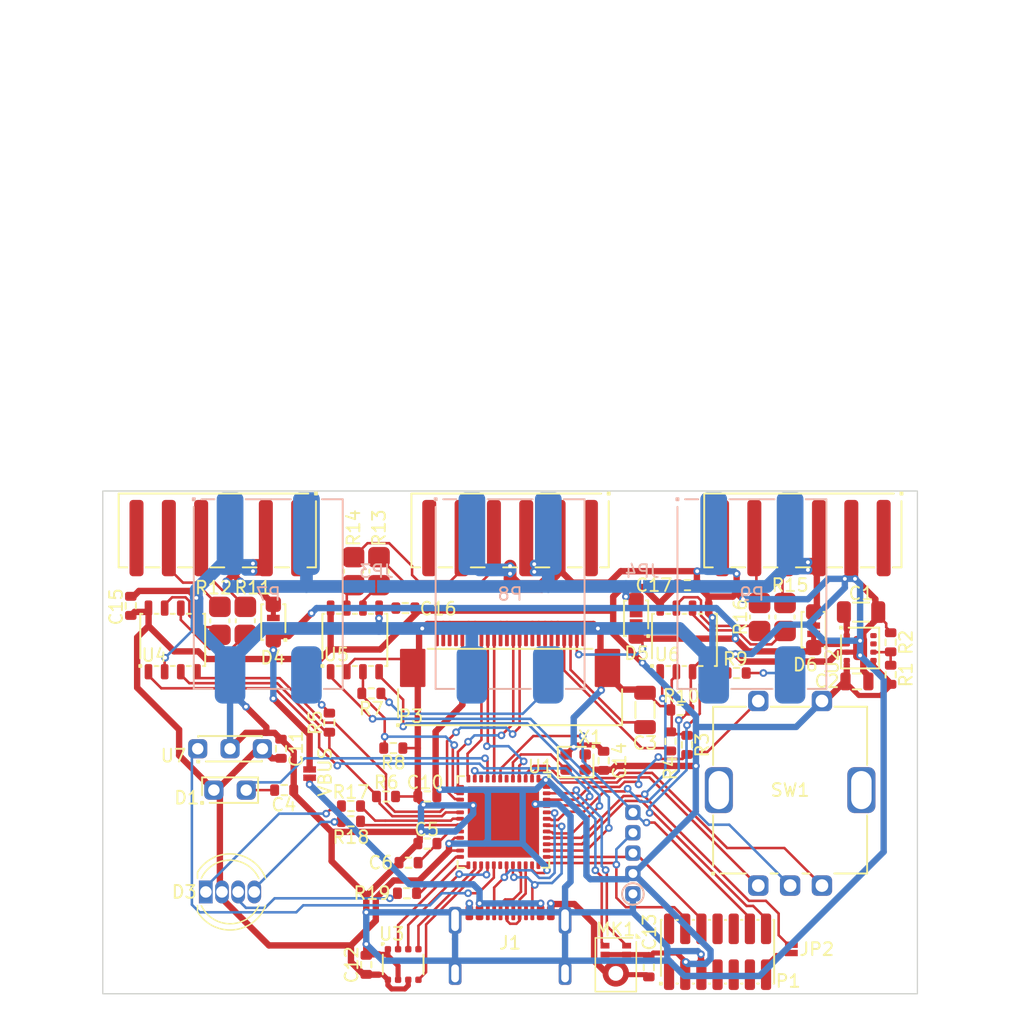
<source format=kicad_pcb>
(kicad_pcb (version 20240108) (generator "pcbnew") (generator_version "8.0")
  (layers (0 "F.Cu" signal) (31 "B.Cu" signal) (34 "B.Paste" user) (35 "F.Paste" user) (36 "B.SilkS" user "B.Silkscreen") (37 "F.SilkS" user "F.Silkscreen") (38 "B.Mask" user) (39 "F.Mask" user) (44 "Edge.Cuts" user))
  (net 0 "")
  (net 1 "GND")
  (net 2 "+3V3")
  (net 3 "ENC_A")
  (net 4 "ENC_B")
  (net 5 "SW")
  (net 6 "USB_CC1")
  (net 7 "USB_CC2")
  (net 8 "nRST")
  (net 9 "OSC24")
  (net 11 "BS")
  (net 12 "Net-(U1-VREF+)")
  (net 13 "DISP_nCS")
  (net 14 "Net-(D3-GK)")
  (net 15 "IR")
  (net 16 "DISP_nRST")
  (net 17 "DISP_D{slash}nC")
  (net 18 "DISP_SCK")
  (net 19 "DISP_MOSI")
  (net 20 "VBUS")
  (net 21 "RS485_1_DE")
  (net 22 "Net-(P3-VCOMH)")
  (net 25 "SWDIO")
  (net 26 "Net-(P3-IREF)")
  (net 27 "SWCLK")
  (net 29 "USB_DM")
  (net 30 "USB_DP")
  (net 33 "RS485_1_RX")
  (net 34 "Net-(D3-BK)")
  (net 35 "Net-(D3-RK)")
  (net 36 "unconnected-(U1-PA2-Pad10)")
  (net 37 "BME_nCS")
  (net 38 "BME_SCK")
  (net 39 "BME_MISO")
  (net 40 "BME_MOSI")
  (net 41 "MIC_DATA")
  (net 42 "MIC_CLOCK")
  (net 43 "RS485_1_B")
  (net 44 "+15V")
  (net 45 "RS485_2_A")
  (net 46 "RS485_2_B")
  (net 47 "RS485_3_A")
  (net 48 "RS485_3_B")
  (net 49 "RS485_2_RX")
  (net 50 "RS485_2_DE")
  (net 51 "RS485_2_TX")
  (net 52 "RS485_3_RX")
  (net 53 "RS485_3_DE")
  (net 54 "RS485_3_TX")
  (net 55 "Net-(D4-A)")
  (net 56 "Net-(D5-A)")
  (net 58 "unconnected-(P1-Pin_2-Pad2)")
  (net 63 "Net-(U2-FB)")
  (net 66 "Net-(JP2-B)")
  (net 67 "Net-(D6-A)")
  (net 69 "Net-(U4-A)")
  (net 70 "Net-(U4-B)")
  (net 71 "Net-(U5-A)")
  (net 72 "Net-(U5-B)")
  (net 73 "Net-(U6-A)")
  (net 74 "Net-(U6-B)")
  (net 75 "RS485_1_TX")
  (net 76 "RS485_1_A")
  (net 77 "LED_R")
  (net 78 "LED_G")
  (net 79 "LED_B")
  (footprint "local:0603" (layer "F.Cu") (at 88.7 135.725 90)
    (property "Reference" "C12")
    (property "Value" "100n")
  )
  (footprint "local:PhotoDiode" (layer "F.Cu") (at 78 122)
    (property "Reference" "D1")
    (property "Value" "D_Photo")
  )
  (footprint "local:0603" (layer "F.Cu") (at 117.8 112.8 180)
    (property "Reference" "R9")
    (property "Value" "120k")
  )
  (footprint "local:0603" (layer "F.Cu") (at 90.25 122.5)
    (property "Reference" "R6")
    (property "Value" "33k")
  )
  (footprint "local:0603" (layer "F.Cu") (at 129.9 110.3875 90)
    (property "Reference" "R2")
    (property "Value" "10k")
  )
  (footprint "local:0603" (layer "F.Cu") (at 113.9 118.45 90)
    (property "Reference" "R3")
    (property "Value" "10k")
  )
  (footprint "local:0603" (layer "F.Cu") (at 87.5 123.25 180)
    (property "Reference" "R17")
    (property "Value" "1k")
  )
  (footprint "local:0603" (layer "F.Cu") (at 90.825 118.7)
    (property "Reference" "R8")
    (property "Value" "33k")
  )
  (footprint "local:1206-term" (layer "F.Cu") (at 79.2 108.7 90)
    (property "Reference" "R11")
    (property "Value" "120R")
  )
  (footprint "local:0603" (layer "F.Cu") (at 87.5 124.45 180)
    (property "Reference" "R18")
    (property "Value" "470R")
  )
  (footprint "local:0603" (layer "F.Cu") (at 89.1 114.4 180)
    (property "Reference" "R7")
    (property "Value" "120k")
  )
  (footprint "local:Harting14110413002000" (layer "F.Cu") (at 100 102.2 180)
    (property "Reference" "P5" (hide yes))
    (property "Value" "har-flexicon 2,54 MSH-4" (hide yes))
  )
  (footprint "local:BME680" (layer "F.Cu") (at 91.6 135.7 180)
    (property "Reference" "U3")
    (property "Value" "BME680")
  )
  (footprint "local:0603" (layer "F.Cu") (at 70.2 107.525 90)
    (property "Reference" "C15")
    (property "Value" "100n")
  )
  (footprint "local:0603" (layer "F.Cu") (at 93.505 126.2 180)
    (property "Reference" "C5")
    (property "Value" "100n")
  )
  (footprint "local:Harting14110413002000" (layer "F.Cu") (at 77 102.2 180)
    (property "Reference" "P4" (hide yes))
    (property "Value" "har-flexicon 2,54 MSH-4" (hide yes))
  )
  (footprint "local:1206-term" (layer "F.Cu") (at 119.6 108.4 -90)
    (property "Reference" "R16")
    (property "Value" "120R")
  )
  (footprint "local:0603" (layer "F.Cu") (at 93.5 122.5 180)
    (property "Reference" "C10")
    (property "Value" "100n")
  )
  (footprint "local:TPS82130" (layer "F.Cu") (at 127.5 110.8375)
    (property "Reference" "U2")
    (property "Value" "TPS82130")
  )
  (footprint "local:Harting14110413002000" (layer "F.Cu") (at 123 102.2 180)
    (property "Reference" "P6" (hide yes))
    (property "Value" "har-flexicon 2,54 MSH-4" (hide yes))
  )
  (footprint "LED_THT:LED_D5.0mm-4_RGB" (layer "F.Cu") (at 76.095 130)
    (property "Reference" "D3")
    (property "Value" "LED_RABG")
  )
  (footprint "local:0603" (layer "F.Cu") (at 92.025 127.7 180)
    (property "Reference" "C6")
    (property "Value" "1u")
  )
  (footprint "local:0603" (layer "F.Cu") (at 129.9 112.9375 90)
    (property "Reference" "R1")
    (property "Value" "33k")
  )
  (footprint "local:1206" (layer "F.Cu") (at 127.575 108.0125)
    (property "Reference" "C1")
    (property "Value" "10u/16V")
  )
  (footprint "local:0603" (layer "F.Cu") (at 113.375 115.7 180)
    (property "Reference" "R10")
    (property "Value" "33k")
  )
  (footprint "local:Jumper" (layer "F.Cu") (at 109.9 108.5 90)
    (property "Reference" "JP6" (hide yes))
    (property "Value" "Jumper_2_Open" (hide yes))
  )
  (footprint "local:SO-8" (layer "F.Cu") (at 87.805 110.2)
    (property "Reference" "U5")
    (property "Value" "SP3485CN")
  )
  (footprint "local:TSOP38338" (layer "F.Cu") (at 78 118.25)
    (property "Reference" "U7")
    (property "Value" "TSOP38338")
  )
  (footprint "local:PinHeader-2x7-1.27mm-smd" (layer "F.Cu") (at 116.3 134.7)
    (property "Reference" "P1")
    (property "Value" "FTSH-107-01-L-DV-K")
  )
  (footprint "local:1206" (layer "F.Cu") (at 110.6 115.7 90)
    (property "Reference" "C3")
    (property "Value" "10u/16V")
  )
  (footprint "local:Jumper" (layer "F.Cu") (at 123.85 109.4 90)
    (property "Reference" "JP7" (hide yes))
    (property "Value" "Jumper_2_Open" (hide yes))
  )
  (footprint "local:PMEG6010ELR" (layer "F.Cu") (at 81.4 108.8 90)
    (property "Reference" "D4")
    (property "Value" "PMEG6010ELR")
  )
  (footprint "local:Connector-Flat-24-0.5mm" (layer "F.Cu") (at 100 111.15)
    (property "Reference" "P3")
    (property "Value" "AFC07-S24FCC-00")
  )
  (footprint "local:PMEG6010ELR" (layer "F.Cu") (at 109.9 108.5 90)
    (property "Reference" "D5")
    (property "Value" "PMEG6010ELR")
  )
  (footprint "local:0603" (layer "F.Cu") (at 91.775 107.7 180)
    (property "Reference" "C16")
    (property "Value" "100n")
  )
  (footprint "local:0805" (layer "F.Cu") (at 127.25 113.4625)
    (property "Reference" "C2")
    (property "Value" "22u/6V3")
  )
  (footprint "local:0603" (layer "F.Cu") (at 85.8 116.7 -90)
    (property "Reference" "R5")
    (property "Value" "120k")
  )
  (footprint "local:SO-8" (layer "F.Cu") (at 73.495 110.2)
    (property "Reference" "U4")
    (property "Value" "SP3485CN")
  )
  (footprint "local:0603" (layer "F.Cu") (at 113.925 105.9)
    (property "Reference" "C17")
    (property "Value" "100n")
  )
  (footprint "local:PEC12R-4217F-S0024" (layer "F.Cu") (at 122 122)
    (property "Reference" "SW1")
    (property "Value" "RotaryEncoder_Switch")
  )
  (footprint "local:1206-term" (layer "F.Cu") (at 87.7 104.8 -90)
    (property "Reference" "R14")
    (property "Value" "120R")
  )
  (footprint "local:0603" (layer "F.Cu") (at 91.9 130.1 180)
    (property "Reference" "R19")
    (property "Value" "330R")
  )
  (footprint "local:1206-term" (layer "F.Cu") (at 77.2 108.7 -90)
    (property "Reference" "R12")
    (property "Value" "120R")
  )
  (footprint "local:STM32-UFQFPN48" (layer "F.Cu") (at 99.475 124.5 180)
    (property "Reference" "U1")
    (property "Value" "STM32G431CBUx")
  )
  (footprint "local:0603" (layer "F.Cu") (at 82.25 122)
    (property "Reference" "C4")
    (property "Value" "100n")
  )
  (footprint "local:JSO21" (layer "F.Cu") (at 105.15 119.8 180)
    (property "Reference" "X1")
    (property "Value" "O24.000000-JSO21C1LC-D-3.3-T3-N-0")
  )
  (footprint "local:1206-term" (layer "F.Cu") (at 89.7 104.8 90)
    (property "Reference" "R13")
    (property "Value" "120R")
  )
  (footprint "local:PMEG6010ELR" (layer "F.Cu") (at 123.85 109.4 90)
    (property "Reference" "D6")
    (property "Value" "PMEG6010ELR")
  )
  (footprint "local:1206-term" (layer "F.Cu") (at 121.6 108.4 90)
    (property "Reference" "R15")
    (property "Value" "120R")
  )
  (footprint "local:Jumper" (layer "F.Cu") (at 81.4 108.8 90)
    (property "Reference" "JP5" (hide yes))
    (property "Value" "Jumper_2_Open" (hide yes))
  )
  (footprint "local:0603" (layer "F.Cu") (at 112.6 118.175 90)
    (property "Reference" "R4")
    (property "Value" "900k")
  )
  (footprint "local:0603" (layer "F.Cu") (at 107.35 119.7 90)
    (property "Reference" "C14")
    (property "Value" "100n")
  )
  (footprint "local:SO-8" (layer "F.Cu") (at 113.7 110.2)
    (property "Reference" "U6")
    (property "Value" "SP3485CN")
  )
  (footprint "local:Jumper" (layer "F.Cu") (at 84.25 120.7 90)
    (property "Reference" "JP1" (hide yes))
    (property "Value" "Jumper_2_Open" (hide yes))
  )
  (footprint "local:Jumper" (layer "F.Cu") (at 122.1 134.475 -90)
    (property "Reference" "JP2")
    (property "Value" "Jumper_2_Open")
  )
  (footprint "Sensor_Audio:Infineon_PG-LLGA-5-1" (layer "F.Cu") (at 108.307 135.72 -90)
    (property "Reference" "MK1")
    (property "Value" "IM69D120")
  )
  (footprint "local:0603" (layer "F.Cu") (at 110.9 135.925 -90)
    (property "Reference" "C13")
    (property "Value" "100n")
  )
  (footprint "local:0603" (layer "F.Cu") (at 82 118.75 90)
    (property "Reference" "C11")
    (property "Value" "100n")
  )
  (footprint "local:TYPE-C-16PIN-2MD-073" (layer "F.Cu") (at 100 134)
    (property "Reference" "J1")
    (property "Value" "TYPE-C 16PIN 2MD(073)")
  )
  (footprint "local:WAGO2061-602" (layer "B.Cu") (at 119 106.6)
    (property "Reference" "P9")
    (property "Value" "WAGO2061-602" (hide yes))
  )
  (footprint "local:Jumper" (layer "B.Cu") (at 89.475 106)
    (property "Reference" "JP3")
    (property "Value" "Jumper_2_Open")
  )
  (footprint "local:ProgPads" (layer "B.Cu") (at 109.65 126.95 90)
    (property "Reference" "P2" (hide yes))
    (property "Value" "ST-Link")
  )
  (footprint "local:WAGO2061-602" (layer "B.Cu") (at 81 106.6)
    (property "Reference" "P7")
    (property "Value" "WAGO2061-602")
  )
  (footprint "local:WAGO2061-602" (layer "B.Cu") (at 100 106.6)
    (property "Reference" "P8")
    (property "Value" "WAGO2061-602")
  )
  (footprint "local:Jumper" (layer "B.Cu") (at 110.375 106)
    (property "Reference" "JP4")
    (property "Value" "Jumper_2_Open")
  )
  (footprint "MountingHole:MountingHole_2.2mm_M2" (layer "B.Cu") (at 70 122 180)
    (property "Reference" "REF**" (hide yes))
    (property "Value" "MountingHole_2.2mm_M2")
  )
  (gr_circle (center 109.65 130.16) (end 108.8 130.16) (stroke (width 0.15)) (fill none) (layer "B.SilkS"))
  (gr_circle (center 109.65 130.16) (end 110.5 130.16) (stroke (width 0.15)) (fill none) (layer "F.SilkS"))
  (gr_poly (pts (xy 68 138) (xy 132 138) (xy 132 98.5) (xy 68 98.5)) (stroke (width 0.1)) (fill none) (layer "Edge.Cuts"))
  (gr_text "VBUS" (at 86.05 122.6 90) (layer "F.SilkS") (effects (font (size 1 1)) (justify left bottom)))
  (segment (start 79.25 117.5) (end 78 118.75) (width 0.5) (layer "F.Cu") (net 1))
  (segment (start 108.7 104.8) (end 114.7 104.8) (width 0.5) (layer "F.Cu") (net 1))
  (segment (start 105.05 130.95) (end 106.6 132.5) (width 0.5) (layer "F.Cu") (net 1))
  (segment (start 101.75 108.95) (end 99.75 108.95) (width 0.5) (layer "F.Cu") (net 1))
  (segment (start 103.81 102.2) (end 103.81 104.61) (width 0.5) (layer "F.Cu") (net 1))
  (segment (start 96.8 130.9) (end 96.8 131.645) (width 0.5) (layer "F.Cu") (net 1))
  (segment (start 83 122.3) (end 85.98 125.28) (width 0.5) (layer "F.Cu") (net 1))
  (segment (start 89.7 134.9) (end 88.75 134.9) (width 0.5) (layer "F.Cu") (net 1))
  (segment (start 107.8 105.7) (end 108.7 104.8) (width 0.5) (layer "F.Cu") (net 1))
  (segment (start 102.25 110) (end 102.25 108.95) (width 0.2) (layer "F.Cu") (net 1))
  (segment (start 80.85 117.5) (end 81.5 117.5) (width 0.5) (layer "F.Cu") (net 1))
  (segment (start 75.4 106.95) (end 75.4 107.7) (width 0.5) (layer "F.Cu") (net 1))
  (segment (start 101.75 110) (end 101.75 108.95) (width 0.2) (layer "F.Cu") (net 1))
  (segment (start 107.65 112.95) (end 107.65 112.4) (width 0.5) (layer "F.Cu") (net 1))
  (segment (start 129.55 109.2125) (end 129.9 109.5625) (width 0.2) (layer "F.Cu") (net 1))
  (segment (start 95.25 110) (end 95.25 108.95) (width 0.2) (layer "F.Cu") (net 1))
  (segment (start 93.5 108.95) (end 92.85 109.6) (width 0.5) (layer "F.Cu") (net 1))
  (segment (start 107.65 112.4) (end 107.1 111.85) (width 0.5) (layer "F.Cu") (net 1))
  (segment (start 100 105.4) (end 100.6 106) (width 1) (layer "F.Cu") (net 1))
  (segment (start 70.85 106.35) (end 70.45 106.75) (width 0.5) (layer "F.Cu") (net 1))
  (segment (start 127.5 110.2625) (end 127.5 110.8375) (width 0.5) (layer "F.Cu") (net 1))
  (segment (start 92.75 112.25) (end 92 111.5) (width 0.5) (layer "F.Cu") (net 1))
  (segment (start 129 108.3625) (end 129.55 108.9125) (width 0.2) (layer "F.Cu") (net 1))
  (segment (start 83 119) (end 83 122) (width 0.5) (layer "F.Cu") (net 1))
  (segment (start 91.8 111.7) (end 92 111.5) (width 0.2) (layer "F.Cu") (net 1))
  (segment (start 99.75 110) (end 99.75 108.95) (width 0.2) (layer "F.Cu") (net 1))
  (segment (start 91.25 127.75) (end 91.25 127.7) (width 0.5) (layer "F.Cu") (net 1))
  (segment (start 79.8 104.2) (end 80.6 104.2) (width 0.7) (layer "F.Cu") (net 1))
  (segment (start 93.2 123.14) (end 92.75 122.69) (width 0.5) (layer "F.Cu") (net 1))
  (segment (start 117.8 105) (end 117.8 106.5) (width 0.5) (layer "F.Cu") (net 1))
  (segment (start 83 122) (end 83 122.3) (width 0.5) (layer "F.Cu") (net 1))
  (segment (start 127.75 111.0875) (end 127.75 112.6125) (width 0.5) (layer "F.Cu") (net 1))
  (segment (start 109.117 136.4) (end 109.217 136.5) (width 0.4) (layer "F.Cu") (net 1))
  (segment (start 99.25 110) (end 99.25 108.95) (width 0.2) (layer "F.Cu") (net 1))
  (segment (start 92.75 118.7) (end 92.75 112.25) (width 0.5) (layer "F.Cu") (net 1))
  (segment (start 100.6 106) (end 102.5 106) (width 1) (layer "F.Cu") (net 1))
  (segment (start 85.98 125.28) (end 85.98 127.58) (width 0.5) (layer "F.Cu") (net 1))
  (segment (start 70.45 106.75) (end 70.2 106.75) (width 0.5) (layer "F.Cu") (net 1))
  (segment (start 107.15 112.9) (end 107.65 112.4) (width 0.5) (layer "F.Cu") (net 1))
  (segment (start 128.15 113.0125) (end 128.15 113.4125) (width 0.5) (layer "F.Cu") (net 1))
  (segment (start 125.0625 111.9) (end 125.8 111.1625) (width 0.5) (layer "F.Cu") (net 1))
  (segment (start 89.71 107.7) (end 91 107.7) (width 0.5) (layer "F.Cu") (net 1))
  (segment (start 107.15 114.15) (end 107.15 112.9) (width 0.5) (layer "F.Cu") (net 1))
  (segment (start 74.8 106.35) (end 70.85 106.35) (width 0.5) (layer "F.Cu") (net 1))
  (segment (start 115 134.9) (end 115 136.47) (width 0.5) (layer "F.Cu") (net 1))
  (segment (start 105.75 108.95) (end 103.75 108.95) (width 0.5) (layer "F.Cu") (net 1))
  (segment (start 82 118) (end 83 119) (width 0.5) (layer "F.Cu") (net 1))
  (segment (start 127.1 105.4) (end 128.7 107) (width 0.5) (layer "F.Cu") (net 1))
  (segment (start 93 125.3) (end 92.9 125.4) (width 0.5) (layer "F.Cu") (net 1))
  (segment (start 126.3 105.4) (end 126.8 104.9) (width 0.5) (layer "F.Cu") (net 1))
  (segment (start 113.065 112.7) (end 112.95 112.815) (width 0.2) (layer "F.Cu") (net 1))
  (segment (start 103.2 130.9) (end 103.25 130.95) (width 0.5) (layer "F.Cu") (net 1))
  (segment (start 112.95 112.815) (end 112.95 113.1) (width 0.2) (layer "F.Cu") (net 1))
  (segment (start 99.75 108.95) (end 99.25 108.95) (width 0.5) (layer "F.Cu") (net 1))
  (segment (start 79.8 104.8) (end 80.5 104.8) (width 0.7) (layer "F.Cu") (net 1))
  (segment (start 127.175 111.1625) (end 127.5 110.8375) (width 0.4) (layer "F.Cu") (net 1))
  (segment (start 92.85 111.9) (end 92.35 112.4) (width 0.5) (layer "F.Cu") (net 1))
  (segment (start 92.85 109.6) (end 92.85 111.9) (width 0.5) (layer "F.Cu") (net 1))
  (segment (start 103.81 104.61) (end 104.9 105.7) (width 0.5) (layer "F.Cu") (net 1))
  (segment (start 127.1 102.49) (end 127.1 105.4) (width 0.5) (layer "F.Cu") (net 1))
  (segment (start 81.5 117.5) (end 82 118) (width 0.5) (layer "F.Cu") (net 1))
  (segment (start 110.6 114.35) (end 110.35 114.1) (width 0.5) (layer "F.Cu") (net 1))
  (segment (start 110.35 114.1) (end 108.8 114.1) (width 0.5) (layer "F.Cu") (net 1))
  (segment (start 104.4 119.2) (end 105 118.6) (width 0.4) (layer "F.Cu") (net 1))
  (segment (start 91.575 118.7) (end 92.75 118.7) (width 0.2) (layer "F.Cu") (net 1))
  (segment (start 113.79 117.6) (end 114.06 117.87) (width 0.2) (layer "F.Cu") (net 1))
  (segment (start 93 125.28) (end 93 125.3) (width 0.5) (layer "F.Cu") (net 1))
  (segment (start 99.25 108.95) (end 97.25 108.95) (width 0.5) (layer "F.Cu") (net 1))
  (segment (start 111.8 115.4) (end 112.25 115.4) (width 0.2) (layer "F.Cu") (net 1))
  (segment (start 103.25 108.95) (end 102.75 108.95) (width 0.5) (layer "F.Cu") (net 1))
  (segment (start 128.15 113.4125) (end 128.2 113.4625) (width 0.5) (layer "F.Cu") (net 1))
  (segment (start 102.75 110) (end 102.75 108.95) (width 0.2) (layer "F.Cu") (net 1))
  (segment (start 80.85 117.05) (end 80.85 117.5) (width 0.5) (layer "F.Cu") (net 1))
  (segment (start 91.25 127.68) (end 92.73 126.2) (width 0.5) (layer "F.Cu") (net 1))
  (segment (start 106.6 132.5) (end 106.6 135.4) (width 0.5) (layer "F.Cu") (net 1))
  (segment (start 116.3 136.6) (end 116.1 136.4) (width 0.2) (layer "F.Cu") (net 1))
  (segment (start 94.75 110) (end 94.75 108.95) (width 0.2) (layer "F.Cu") (net 1))
  (segment (start 104.9 105.7) (end 107.8 105.7) (width 0.5) (layer "F.Cu") (net 1))
  (segment (start 117.5 106.8) (end 117.8 106.5) (width 0.5) (layer "F.Cu") (net 1))
  (segment (start 127.75 109.6125) (end 127.75 110.0125) (width 0.5) (layer "F.Cu") (net 1))
  (segment (start 129 108.3625) (end 127.75 109.6125) (width 0.5) (layer "F.Cu") (net 1))
  (segment (start 115.9 108.45) (end 115.6 108.15) (width 0.5) (layer "F.Cu") (net 1))
  (segment (start 97.25 108.95) (end 96.75 108.95) (width 0.5) (layer "F.Cu") (net 1))
  (segment (start 108.8 114.1) (end 107.65 112.95) (width 0.5) (layer "F.Cu") (net 1))
  (segment (start 88.7 130.3) (end 91.25 127.75) (width 0.5) (layer "F.Cu") (net 1))
  (segment (start 92.9 126.03) (end 92.73 126.2) (width 0.5) (layer "F.Cu") (net 1))
  (segment (start 112.95 113.1) (end 112.7 113.35) (width 0.2) (layer "F.Cu") (net 1))
  (segment (start 75.35 106.9) (end 75.4 106.95) (width 0.5) (layer "F.Cu") (net 1))
  (segment (start 115.6 106.8) (end 114.7 105.9) (width 0.5) (layer "F.Cu") (net 1))
  (segment (start 87.8 111.7) (end 91.8 111.7) (width 0.2) (layer "F.Cu") (net 1))
  (segment (start 102.5 106) (end 103.5 105) (width 1) (layer "F.Cu") (net 1))
  (segment (start 114.7 104.8) (end 114.675 104.825) (width 0.5) (layer "F.Cu") (net 1))
  (segment (start 103.2 130.9) (end 103.2 131.645) (width 0.5) (layer "F.Cu") (net 1))
  (segment (start 106.6 135.4) (end 107.4 136.2) (width 0.5) (layer "F.Cu") (net 1))
  (segment (start 96.75 108.95) (end 95.25 108.95) (width 0.5) (layer "F.Cu") (net 1))
  (segment (start 126.81 102.2) (end 127.1 102.49) (width 0.5) (layer "F.Cu") (net 1))
  (segment (start 112.7 117.45) (end 112.85 117.6) (width 0.2) (layer "F.Cu") (net 1))
  (segment (start 79.25 115.45) (end 80.85 117.05) (width 0.5) (layer "F.Cu") (net 1))
  (segment (start 72.86 111.64) (end 72.9 111.6) (width 0.2) (layer "F.Cu") (net 1))
  (segment (start 79.25 117.5) (end 80.85 117.5) (width 0.5) (layer "F.Cu") (net 1))
  (segment (start 103.75 108.95) (end 103.25 108.95) (width 0.5) (layer "F.Cu") (net 1))
  (segment (start 103.25 110) (end 103.25 108.95) (width 0.2) (layer "F.Cu") (net 1))
  (segment (start 94.75 108.95) (end 94.25 108.95) (width 0.5) (layer "F.Cu") (net 1))
  (segment (start 112.85 117.6) (end 113.79 117.6) (width 0.2) (layer "F.Cu") (net 1))
  (segment (start 106.85 118.45) (end 107.35 118.95) (width 0.4) (layer "F.Cu") (net 1))
  (segment (start 114.675 104.825) (end 114.675 105.9) (width 0.5) (layer "F.Cu") (net 1))
  (segment (start 112.25 115.4) (end 112.55 115.7) (width 0.2) (layer "F.Cu") (net 1))
  (segment (start 125.95 111.1625) (end 126.45 111.1625) (width 0.4) (layer "F.Cu") (net 1))
  (segment (start 92.75 122.5) (end 91 122.5) (width 0.2) (layer "F.Cu") (net 1))
  (segment (start 115.6 108.15) (end 115.6 106.8) (width 0.5) (layer "F.Cu") (net 1))
  (segment (start 127.5 110.8375) (end 127.75 111.0875) (width 0.5) (layer "F.Cu") (net 1))
  (segment (start 112.7 113.35) (end 112.7 117.45) (width 0.2) (layer "F.Cu") (net 1))
  (segment (start 87.17 112.7) (end 87.17 112.33) (width 0.2) (layer "F.Cu") (net 1))
  (segment (start 107.1 111.85) (end 107.1 109.5) (width 0.5) (layer "F.Cu") (net 1))
  (segment (start 126.8 105.1) (end 126.8 104.6) (width 0.5) (layer "F.Cu") (net 1))
  (segment (start 106.55 108.95) (end 105.75 108.95) (width 0.5) (layer "F.Cu") (net 1))
  (segment (start 110.75 114.35) (end 111.8 115.4) (width 0.2) (layer "F.Cu") (net 1))
  (segment (start 90.4 134.5) (end 90.4 135) (width 0.4) (layer "F.Cu") (net 1))
  (segment (start 100 104.4) (end 100 105.4) (width 1) (layer "F.Cu") (net 1))
  (segment (start 127.75 112.6125) (end 128.15 113.0125) (width 0.5) (layer "F.Cu") (net 1))
  (segment (start 85.98 125.28) (end 93 125.28) (width 0.5) (layer "F.Cu") (net 1))
  (segment (start 127.1 105.4) (end 126.8 105.1) (width 0.5) (layer "F.Cu") (net 1))
  (segment (start 105 118.6) (end 105.15 118.45) (width 0.4) (layer "F.Cu") (net 1))
  (segment (start 94.25 110) (end 94.25 108.95) (width 0.2) (layer "F.Cu") (net 1))
  (segment (start 92.9 125.4) (end 92.9 126.03) (width 0.5) (layer "F.Cu") (net 1))
  (segment (start 109.217 136.5) (end 110.7 136.5) (width 0.4) (layer "F.Cu") (net 1))
  (segment (start 128.7 107.7875) (end 128.925 108.0125) (width 0.5) (layer "F.Cu") (net 1))
  (segment (start 90.4 135) (end 90.3 134.9) (width 0.4) (layer "F.Cu") (net 1))
  (segment (start 110.7 136.5) (end 110.9 136.7) (width 0.4) (layer "F.Cu") (net 1))
  (segment (start 126.8 102.21) (end 126.81 102.2) (width 0.5) (layer "F.Cu") (net 1))
  (segment (start 102.75 108.95) (end 102.25 108.95) (width 0.5) (layer "F.Cu") (net 1))
  (segment (start 85.98 127.58) (end 88.7 130.3) (width 0.5) (layer "F.Cu") (net 1))
  (segment (start 126.45 111.1625) (end 127.175 111.1625) (width 0.4) (layer "F.Cu") (net 1))
  (segment (start 88.7 134.1) (end 88.7 134.95) (width 0.5) (layer "F.Cu") (net 1))
  (segment (start 95.25 108.95) (end 94.75 108.95) (width 0.5) (layer "F.Cu") (net 1))
  (segment (start 128.7 107) (end 128.7 107.7875) (width 0.5) (layer "F.Cu") (net 1))
  (segment (start 90.4 135) (end 91.2 135.8) (width 0.4) (layer "F.Cu") (net 1))
  (segment (start 92.75 122.69) (end 92.75 118.7) (width 0.5) (layer "F.Cu") (net 1))
  (segment (start 103.75 110) (end 103.75 108.95) (width 0.2) (layer "F.Cu") (net 1))
  (segment (start 102.25 108.95) (end 101.75 108.95) (width 0.5) (layer "F.Cu") (net 1))
  (segment (start 125.8 111.1625) (end 125.95 111.1625) (width 0.5) (layer "F.Cu") (net 1))
  (segment (start 127.75 110.0125) (end 127.5 110.2625) (width 0.5) (layer "F.Cu") (net 1))
  (segment (start 115.03 136.5) (end 116.3 136.5) (width 0.4) (layer "F.Cu") (net 1))
  (segment (start 118.3 111.9) (end 125.0625 111.9) (width 0.5) (layer "F.Cu") (net 1))
  (segment (start 75.35 106.9) (end 74.8 106.35) (width 0.5) (layer "F.Cu") (net 1))
  (segment (start 105.15 118.45) (end 106.85 118.45) (width 0.4) (layer "F.Cu") (net 1))
  (segment (start 88.7 131.6) (end 88.7 130.3) (width 0.5) (layer "F.Cu") (net 1))
  (segment (start 88.75 134.9) (end 88.7 134.95) (width 0.5) (layer "F.Cu") (net 1))
  (segment (start 90.3 134.9) (end 89.7 134.9) (width 0.4) (layer "F.Cu") (net 1))
  (segment (start 91.25 127.7) (end 91.25 127.68) (width 0.5) (layer "F.Cu") (net 1))
  (segment (start 117.8 106.5) (end 118.3 107) (width 0.5) (layer "F.Cu") (net 1))
  (segment (start 129.55 108.9125) (end 129.55 109.2125) (width 0.2) (layer "F.Cu") (net 1))
  (segment (start 110.6 114.35) (end 110.75 114.35) (width 0.2) (layer "F.Cu") (net 1))
  (segment (start 107.1 109.5) (end 106.55 108.95) (width 0.5) (layer "F.Cu") (net 1))
  (segment (start 96.75 110) (end 96.75 108.95) (width 0.2) (layer "F.Cu") (net 1))
  (segment (start 103.25 130.95) (end 105.05 130.95) (width 0.5) (layer "F.Cu") (net 1))
  (segment (start 72.86 112.7) (end 72.86 111.64) (width 0.2) (layer "F.Cu") (net 1))
  (segment (start 94.25 108.95) (end 93.5 108.95) (width 0.5) (layer "F.Cu") (net 1))
  (segment (start 105.75 110) (end 105.75 108.95) (width 0.2) (layer "F.Cu") (net 1))
  (segment (start 117.7 111.3) (end 118.3 111.9) (width 0.5) (layer "F.Cu") (net 1))
  (segment (start 91.2 135.8) (end 91.2 136.9) (width 0.4) (layer "F.Cu") (net 1))
  (segment (start 87.17 112.33) (end 87.8 111.7) (width 0.2) (layer "F.Cu") (net 1))
  (segment (start 115.6 106.8) (end 117.5 106.8) (width 0.5) (layer "F.Cu") (net 1))
  (segment (start 126.8 104.9) (end 126.8 102.21) (width 0.5) (layer "F.Cu") (net 1))
  (segment (start 97.25 110) (end 97.25 108.95) (width 0.2) (layer "F.Cu") (net 1))
  (via (at 93.1 109.3) (size 0.6) (drill 0.3) (layers "F.Cu" "B.Cu") (net 1))
  (via (at 100 105) (size 0.6) (drill 0.3) (layers "F.Cu" "B.Cu") (net 1))
  (via (at 79.8 104.8) (size 0.6) (drill 0.3) (layers "F.Cu" "B.Cu") (net 1))
  (via (at 88.7 131.6) (size 0.6) (drill 0.3) (layers "F.Cu" "B.Cu") (net 1))
  (via (at 115.9 108.45) (size 0.6) (drill 0.3) (layers "F.Cu" "B.Cu") (net 1))
  (via (at 106.9 109.3) (size 0.6) (drill 0.3) (layers "F.Cu" "B.Cu") (net 1))
  (via (at 89.7 108.5) (size 0.6) (drill 0.3) (layers "F.Cu" "B.Cu") (net 1))
  (via (at 93 125.28) (size 0.6) (drill 0.3) (layers "F.Cu" "B.Cu") (net 1))
  (via (at 114.7 104.8) (size 0.6) (drill 0.3) (layers "F.Cu" "B.Cu") (net 1))
  (via (at 115 134.9) (size 0.6) (drill 0.3) (layers "F.Cu" "B.Cu") (net 1))
  (via (at 105 118.6) (size 0.6) (drill 0.3) (layers "F.Cu" "B.Cu") (net 1))
  (via (at 100 104.4) (size 0.6) (drill 0.3) (layers "F.Cu" "B.Cu") (net 1))
  (via (at 75.35 106.9) (size 0.6) (drill 0.3) (layers "F.Cu" "B.Cu") (net 1))
  (via (at 88.7 134.1) (size 0.6) (drill 0.3) (layers "F.Cu" "B.Cu") (net 1))
  (via (at 117.7 111.3) (size 0.6) (drill 0.3) (layers "F.Cu" "B.Cu") (net 1))
  (via (at 93.2 123.14) (size 0.6) (drill 0.3) (layers "F.Cu" "B.Cu") (net 1))
  (via (at 118.3 107) (size 0.6) (drill 0.3) (layers "F.Cu" "B.Cu") (net 1))
  (via (at 117.8 105) (size 0.6) (drill 0.3) (layers "F.Cu" "B.Cu") (net 1))
  (via (at 72.9 111.6) (size 0.6) (drill 0.3) (layers "F.Cu" "B.Cu") (net 1))
  (via (at 97.1 123.2) (size 0.6) (drill 0.3) (layers "F.Cu" "B.Cu") (net 1))
  (via (at 126.3 105.4) (size 0.6) (drill 0.3) (layers "F.Cu" "B.Cu") (net 1))
  (via (at 101.98 123.1) (size 0.6) (drill 0.3) (layers "F.Cu" "B.Cu") (net 1))
  (via (at 127.5 111.4125) (size 0.6) (drill 0.3) (layers "F.Cu" "B.Cu") (net 1))
  (via (at 107.15 114.15) (size 0.6) (drill 0.3) (layers "F.Cu" "B.Cu") (net 1))
  (via (at 96.8 130.9) (size 0.6) (drill 0.3) (layers "F.Cu" "B.Cu") (net 1))
  (via (at 79.8 104.2) (size 0.6) (drill 0.3) (layers "F.Cu" "B.Cu") (net 1))
  (via (at 103.2 130.9) (size 0.6) (drill 0.3) (layers "F.Cu" "B.Cu") (net 1))
  (via (at 79.25 115.45) (size 0.6) (drill 0.3) (layers "F.Cu" "B.Cu") (net 1))
  (via (at 127.1 105.4) (size 0.6) (drill 0.3) (layers "F.Cu" "B.Cu") (net 1))
  (via (at 127.5 110.2625) (size 0.6) (drill 0.3) (layers "F.Cu" "B.Cu") (net 1))
  (segment (start 97 104.1) (end 96.9 104.2) (width 1) (layer "B.Cu") (net 1))
  (segment (start 114.75 134.65) (end 112.35 134.65) (width 0.5) (layer "B.Cu") (net 1))
  (segment (start 96.75 130.95) (end 96.8 130.9) (width 0.5) (layer "B.Cu") (net 1))
  (segment (start 79.8 104.2) (end 78.4 104.2) (width 0.7) (layer "B.Cu") (net 1))
  (segment (start 112.35 134.3) (end 112.35 134.65) (width 0.5) (layer "B.Cu") (net 1))
  (segment (start 75.4 109.2) (end 77.5 111.3) (width 1) (layer "B.Cu") (net 1))
  (segment (start 90 135.4) (end 88.7 134.1) (width 0.5) (layer "B.Cu") (net 1))
  (segment (start 75.35 106.9) (end 75.35 106.25) (width 1) (layer "B.Cu") (net 1))
  (segment (start 89.7 108.5) (end 89.7 109.3) (width 0.5) (layer "B.Cu") (net 1))
  (segment (start 119 111.3) (end 121.3 109) (width 0.5) (layer "B.Cu") (net 1))
  (segment (start 78 114.2) (end 79.25 115.45) (width 0.5) (layer "B.Cu") (net 1))
  (segment (start 129.35 113.2625) (end 129.35 126.85) (width 0.5) (layer "B.Cu") (net 1))
  (segment (start 95.68 135.4) (end 90 135.4) (width 0.5) (layer "B.Cu") (net 1))
  (segment (start 80.6 109.3) (end 89.7 109.3) (width 1) (layer "B.Cu") (net 1))
  (segment (start 113.3 109.3) (end 115.7 111.7) (width 1) (layer "B.Cu") (net 1))
  (segment (start 93.2 123.14) (end 93 123.34) (width 0.5) (layer "B.Cu") (net 1))
  (segment (start 93 123.34) (end 93 125.28) (width 0.5) (layer "B.Cu") (net 1))
  (segment (start 101.98 123.1) (end 103.8 123.1) (width 0.5) (layer "B.Cu") (net 1))
  (segment (start 127.5 110.2625) (end 127.5 111.4125) (width 0.5) (layer "B.Cu") (net 1))
  (segment (start 94.1 131.6) (end 97.2 131.6) (width 0.5) (layer "B.Cu") (net 1))
  (segment (start 117.7 111.3) (end 119 111.3) (width 0.5) (layer "B.Cu") (net 1))
  (segment (start 103.2 130.9) (end 103.25 130.95) (width 0.5) (layer "B.Cu") (net 1))
  (segment (start 99.3 131.6) (end 100 131.6) (width 0.5) (layer "B.Cu") (net 1))
  (segment (start 126.3 106.1) (end 126.3 105.4) (width 0.5) (layer "B.Cu") (net 1))
  (segment (start 126.3 105.4) (end 127.1 105.4) (width 0.5) (layer "B.Cu") (net 1))
  (segment (start 104.75 129.2) (end 104.32 129.63) (width 0.5) (layer "B.Cu") (net 1))
  (segment (start 109.65 130.15) (end 109.65 131.6) (width 0.5) (layer "B.Cu") (net 1))
  (segment (start 100 131.6) (end 100.7 131.6) (width 0.5) (layer "B.Cu") (net 1))
  (segment (start 97 109.3) (end 110.2 109.3) (width 1) (layer "B.Cu") (net 1))
  (segment (start 112.5 135.4) (end 104.32 135.4) (width 0.5) (layer "B.Cu") (net 1))
  (segment (start 78 112.95) (end 78 111.9) (width 1) (layer "B.Cu") (net 1))
  (segment (start 125 105.4) (end 126.3 105.4) (width 0.5) (layer "B.Cu") (net 1))
  (segment (start 127.5 110.2625) (end 127.5 109) (width 0.5) (layer "B.Cu") (net 1))
  (segment (start 78 112.95) (end 78 114.2) (width 0.5) (layer "B.Cu") (net 1))
  (segment (start 104.32 133.7) (end 104.32 135.4) (width 0.5) (layer "B.Cu") (net 1))
  (segment (start 129.35 126.85) (end 119.6 136.6) (width 0.5) (layer "B.Cu") (net 1))
  (segment (start 119.6 136.6) (end 113.7 136.6) (width 0.5) (layer "B.Cu") (net 1))
  (segment (start 104.75 124.05) (end 104.75 129.2) (width 0.5) (layer "B.Cu") (net 1))
  (segment (start 109.9 130.4) (end 109.65 130.15) (width 0.5) (layer "B.Cu") (net 1))
  (segment (start 78 112.95) (end 78 118.75) (width 0.5) (layer "B.Cu") (net 1))
  (segment (start 79.8 104.8) (end 79.2 104.8) (width 0.7) (layer "B.Cu") (net 1))
  (segment (start 113.7 136.6) (end 112.5 135.4) (width 0.5) (layer "B.Cu") (net 1))
  (segment (start 127.5 109) (end 127.5 105.8) (width 0.5) (layer "B.Cu") (net 1))
  (segment (start 93 125.28) (end 93.03 125.25) (width 0.5) (layer "B.Cu") (net 1))
  (segment (start 79.2 104.8) (end 79 104.6) (width 0.7) (layer "B.Cu") (net 1))
  (segment (start 75.4 109.1) (end 75.4 109.2) (width 1) (layer "B.Cu") (net 1))
  (segment (start 123.4 107) (end 125 105.4) (width 0.5) (layer "B.Cu") (net 1))
  (segment (start 93.26 123.2) (end 93.2 123.14) (width 0.5) (layer "B.Cu") (net 1))
  (segment (start 127.5 111.4125) (end 129.35 113.2625) (width 0.5) (layer "B.Cu") (net 1))
  (segment (start 89.7 109.3) (end 97 109.3) (width 1) (layer "B.Cu") (net 1))
  (segment (start 93.03 125.25) (end 95.7 125.25) (width 0.5) (layer "B.Cu") (net 1))
  (segment (start 103.2 131.6) (end 103.2 130.9) (width 0.5) (layer "B.Cu") (net 1))
  (segment (start 112.35 134.65) (end 112.35 134.35) (width 0.5) (layer "B.Cu") (net 1))
  (segment (start 77.1 113.85) (end 78 112.95) (width 0.5) (layer "B.Cu") (net 1))
  (segment (start 96.8 131.6) (end 96.8 131.2) (width 0.5) (layer "B.Cu") (net 1))
  (segment (start 104.32 135.4) (end 95.68 135.4) (width 0.5) (layer "B.Cu") (net 1))
  (segment (start 112.35 134.65) (end 112.35 135.25) (width 0.5) (layer "B.Cu") (net 1))
  (segment (start 117.8 105) (end 117.6 104.8) (width 0.5) (layer "B.Cu") (net 1))
  (segment (start 95.7 125.25) (end 97.1 123.85) (width 0.5) (layer "B.Cu") (net 1))
  (segment (start 121.3 109) (end 123.4 109) (width 0.5) (layer "B.Cu") (net 1))
  (segment (start 75.35 106.25) (end 78 103.6) (width 1) (layer "B.Cu") (net 1))
  (segment (start 78 111.9) (end 80.6 109.3) (width 1) (layer "B.Cu") (net 1))
  (segment (start 78 103.6) (end 78 101.85) (width 1) (layer "B.Cu") (net 1))
  (segment (start 124.6625 110.2625) (end 127.5 110.2625) (width 0.5) (layer "B.Cu") (net 1))
  (segment (start 88.7 131.6) (end 94.1 131.6) (width 0.5) (layer "B.Cu") (net 1))
  (segment (start 117.6 104.8) (end 114.7 104.8) (width 0.5) (layer "B.Cu") (net 1))
  (segment (start 103.8 123.1) (end 104.75 124.05) (width 0.5) (layer "B.Cu") (net 1))
  (segment (start 110.2 109.3) (end 113.3 109.3) (width 1) (layer "B.Cu") (net 1))
  (segment (start 115.9 108.45) (end 115.9 112.85) (width 0.5) (layer "B.Cu") (net 1))
  (segment (start 72.9 111.6) (end 75.4 109.1) (width 0.2) (layer "B.Cu") (net 1))
  (segment (start 97.1 123.85) (end 97.1 123.2) (width 0.5) (layer "B.Cu") (net 1))
  (segment (start 109.65 131.6) (end 112.35 134.3) (width 0.5) (layer "B.Cu") (net 1))
  (segment (start 97.6 104.7) (end 97.3 104.4) (width 1) (layer "B.Cu") (net 1))
  (segment (start 78.25 113.2) (end 78 112.95) (width 0.5) (layer "B.Cu") (net 1))
  (segment (start 75.4 106.95) (end 75.35 106.9) (width 1) (layer "B.Cu") (net 1))
  (segment (start 88.7 131.6) (end 88.7 134.1) (width 0.5) (layer "B.Cu") (net 1))
  (segment (start 95.68 135.4) (end 95.68 136.4) (width 0.5) (layer "B.Cu") (net 1))
  (segment (start 105 116.3) (end 107.15 114.15) (width 0.5) (layer "B.Cu") (net 1))
  (segment (start 102.8 131.6) (end 109.65 131.6) (width 0.5) (layer "B.Cu") (net 1))
  (segment (start 104.32 129.63) (end 104.32 132.22) (width 0.5) (layer "B.Cu") (net 1))
  (segment (start 116.9 111.3) (end 117.7 111.3) (width 0.5) (layer "B.Cu") (net 1))
  (segment (start 97.2 131.6) (end 99.3 131.6) (width 0.5) (layer "B.Cu") (net 1))
  (segment (start 97.1 123.2) (end 93.26 123.2) (width 0.5) (layer "B.Cu") (net 1))
  (segment (start 115 134.9) (end 114.75 134.65) (width 0.5) (layer "B.Cu") (net 1))
  (segment (start 127.5 105.8) (end 127.1 105.4) (width 0.5) (layer "B.Cu") (net 1))
  (segment (start 100 104.7) (end 97.6 104.7) (width 1) (layer "B.Cu") (net 1))
  (segment (start 95.68 132.22) (end 95.68 133.7) (width 0.5) (layer "B.Cu") (net 1))
  (segment (start 105 118.6) (end 105 116.3) (width 0.5) (layer "B.Cu") (net 1))
  (segment (start 100.7 131.6) (end 102.8 131.6) (width 0.5) (layer "B.Cu") (net 1))
  (segment (start 95.68 133.7) (end 95.68 135.4) (width 0.5) (layer "B.Cu") (net 1))
  (segment (start 104.32 135.4) (end 104.32 136.4) (width 0.5) (layer "B.Cu") (net 1))
  (segment (start 104.32 132.22) (end 104.32 133.7) (width 0.5) (layer "B.Cu") (net 1))
  (segment (start 118.3 107) (end 123.4 107) (width 0.5) (layer "B.Cu") (net 1))
  (segment (start 123.4 109) (end 126.3 106.1) (width 0.5) (layer "B.Cu") (net 1))
  (segment (start 97 112.95) (end 97 109.3) (width 1) (layer "B.Cu") (net 1))
  (segment (start 75.4 109.1) (end 75.4 106.95) (width 1) (layer "B.Cu") (net 1))
  (segment (start 112.35 135.25) (end 112.5 135.4) (width 0.5) (layer "B.Cu") (net 1))
  (segment (start 115.9 112.85) (end 116 112.95) (width 0.5) (layer "B.Cu") (net 1))
  (segment (start 123.4 109) (end 124.6625 110.2625) (width 0.5) (layer "B.Cu") (net 1))
  (segment (start 116 112.95) (end 116.7 113.65) (width 0.5) (layer "B.Cu") (net 1))
  (segment (start 76.1 111.7) (end 85.1 111.7) (width 0.5) (layer "F.Cu") (net 2))
  (segment (start 111.795 107.28) (end 113.175 105.9) (width 0.5) (layer "F.Cu") (net 2))
  (segment (start 113.76 135.46) (end 113.76 136.5) (width 0.4) (layer "F.Cu") (net 2))
  (segment (start 71.6 109.1) (end 71.6 107.71) (width 0.5) (layer "F.Cu") (net 2))
  (segment (start 89.8 110.95) (end 92.85 107.9) (width 0.5) (layer "F.Cu") (net 2))
  (segment (start 110.4 112) (end 108.1 109.7) (width 0.5) (layer "F.Cu") (net 2))
  (segment (start 107.457 134.92) (end 109.157 134.92) (width 0.4) (layer "F.Cu") (net 2))
  (segment (start 70.5 108) (end 70.2 108.3) (width 0.5) (layer "F.Cu") (net 2))
  (segment (start 71.6 109.1) (end 73.6 111.1) (width 0.5) (layer "F.Cu") (net 2))
  (segment (start 102 128.51) (end 101.75 128.26) (width 0.2) (layer "F.Cu") (net 2))
  (segment (start 77.2 122.47) (end 77.2 129.835) (width 0.5) (layer "F.Cu") (net 2))
  (segment (start 94.88 127.08) (end 92.855 129.105) (width 0.5) (layer "F.Cu") (net 2))
  (segment (start 128.55 111.8125) (end 128.55 112.2125) (width 0.4) (layer "F.Cu") (net 2))
  (segment (start 73.6 111.1) (end 75.5 111.1) (width 0.5) (layer "F.Cu") (net 2))
  (segment (start 108.3 120.1) (end 108 120.4) (width 0.5) (layer "F.Cu") (net 2))
  (segment (start 95.2 126.2) (end 95.65 125.75) (width 0.2) (layer "F.Cu") (net 2))
  (segment (start 127.4 114.5625) (end 126.3 113.4625) (width 0.4) (layer "F.Cu") (net 2))
  (segment (start 129.85 113.7625) (end 129.9 113.7625) (width 0.4) (layer "F.Cu") (net 2))
  (segment (start 110.9 135.15) (end 111.25 134.8) (width 0.4) (layer "F.Cu") (net 2))
  (segment (start 108.1 106.8) (end 108.85 106.05) (width 0.5) (layer "F.Cu") (net 2))
  (segment (start 96.25 111.1) (end 96.25 115.3) (width 0.5) (layer "F.Cu") (net 2))
  (segment (start 95.21 126.75) (end 96.1 126.75) (width 0.2) (layer "F.Cu") (net 2))
  (segment (start 76.73 122) (end 76.95 122) (width 0.5) (layer "F.Cu") (net 2))
  (segment (start 74 119.27) (end 76.73 122) (width 0.5) (layer "F.Cu") (net 2))
  (segment (start 108.85 106.05) (end 110.45 106.05) (width 0.5) (layer "F.Cu") (net 2))
  (segment (start 90.4 137.33) (end 90.4 136.9) (width 0.4) (layer "F.Cu") (net 2))
  (segment (start 90.85 129.1) (end 89.45 130.5) (width 0.5) (layer "F.Cu") (net 2))
  (segment (start 129.1 114.5625) (end 127.4 114.5625) (width 0.4) (layer "F.Cu") (net 2))
  (segment (start 70.7 110) (end 70.7 113.95) (width 0.5) (layer "F.Cu") (net 2))
  (segment (start 102.8 121.7) (end 102.85 121.75) (width 0.2) (layer "F.Cu") (net 2))
  (segment (start 102.85 121.71) (end 102.85 121.75) (width 0.2) (layer "F.Cu") (net 2))
  (segment (start 126.45 112.1125) (end 126.45 113.3125) (width 0.5) (layer "F.Cu") (net 2))
  (segment (start 90.69 137.62) (end 90.4 137.33) (width 0.4) (layer "F.Cu") (net 2))
  (segment (start 106.7 120.4) (end 105.9 120.4) (width 0.4) (layer "F.Cu") (net 2))
  (segment (start 113.1 134.8) (end 113.76 135.46) (width 0.4) (layer "F.Cu") (net 2))
  (segment (start 102.8 121.2) (end 102.3 121.2) (width 0.2) (layer "F.Cu") (net 2))
  (segment (start 85.1 111.7) (end 85.9 110.9) (width 0.5) (layer "F.Cu") (net 2))
  (segment (start 102.8 121.2) (end 102.8 121.7) (width 0.2) (layer "F.Cu") (net 2))
  (segment (start 129.9 113.7625) (end 129.1 114.5625) (width 0.4) (layer "F.Cu") (net 2))
  (segment (start 96.25 111.1) (end 96.25 110) (width 0.2) (layer "F.Cu") (net 2))
  (segment (start 94.15 121.95) (end 94.15 122.7) (width 0.5) (layer "F.Cu") (net 2))
  (segment (start 85.9 109.6) (end 85.9 107.7) (width 0.5) (layer "F.Cu") (net 2))
  (segment (start 90.4 136.9) (end 90 136.5) (width 0.4) (layer "F.Cu") (net 2))
  (segment (start 85.95 110.95) (end 89.8 110.95) (width 0.5) (layer "F.Cu") (net 2))
  (segment (start 101.75 128.26) (end 101.75 128.01) (width 0.2) (layer "F.Cu") (net 2))
  (segment (start 87.5 134.2) (end 87.5 135.5) (width 0.5) (layer "F.Cu") (net 2))
  (segment (start 114.6 120.1) (end 108.3 120.1) (width 0.5) (layer "F.Cu") (net 2))
  (segment (start 94.88 127.08) (end 95.21 126.75) (width 0.2) (layer "F.Cu") (net 2))
  (segment (start 126.2875 113.4625) (end 126.3 113.4625) (width 0.5) (layer "F.Cu") (net 2))
  (segment (start 92.85 129.1) (end 90.85 129.1) (width 0.5) (layer "F.Cu") (net 2))
  (segment (start 108.1 109.7) (end 108.1 106.8) (width 0.5) (layer "F.Cu") (net 2))
  (segment (start 85.9 110.9) (end 85.9 109.6) (width 0.5) (layer "F.Cu") (net 2))
  (segment (start 75.5 111.1) (end 76.1 111.7) (width 0.5) (layer "F.Cu") (net 2))
  (segment (start 129.9 113.5625) (end 129.9 113.7625) (width 0.4) (layer "F.Cu") (net 2))
  (segment (start 77.365 130) (end 77.365 130.515) (width 0.5) (layer "F.Cu") (net 2))
  (segment (start 81.29 119.5) (end 80.54 118.75) (width 0.5) (layer "F.Cu") (net 2))
  (segment (start 87.5 135.5) (end 88.45 136.45) (width 0.5) (layer "F.Cu") (net 2))
  (segment (start 102.69 128.51) (end 102 128.51) (width 0.2) (layer "F.Cu") (net 2))
  (segment (start 105.9 120.4) (end 105.9 119.2) (width 0.2) (layer "F.Cu") (net 2))
  (segment (start 89.45 130.5) (end 89.45 132.25) (width 0.5) (layer "F.Cu") (net 2))
  (segment (start 111.795 107.395) (end 111.795 107.7) (width 0.5) (layer "F.Cu") (net 2))
  (segment (start 111.25 134.8) (end 113.1 134.8) (width 0.4) (layer "F.Cu") (net 2))
  (segment (start 82 119.5) (end 81.29 119.5) (width 0.5) (layer "F.Cu") (net 2))
  (segment (start 76.95 122) (end 80.2 118.75) (width 0.5) (layer "F.Cu") (net 2))
  (segment (start 111.795 107.7) (end 111.795 107.28) (width 0.5) (layer "F.Cu") (net 2))
  (segment (start 92 137.35) (end 91.73 137.62) (width 0.4) (layer "F.Cu") (net 2))
  (segment (start 111.1 135.1) (end 110.92 134.92) (width 0.4) (layer "F.Cu") (net 2))
  (segment (start 110.45 106.05) (end 111.795 107.395) (width 0.5) (layer "F.Cu") (net 2))
  (segment (start 108 120.4) (end 106.7 120.4) (width 0.5) (layer "F.Cu") (net 2))
  (segment (start 76.73 122) (end 77.2 122.47) (width 0.5) (layer "F.Cu") (net 2))
  (segment (start 88.7 136.5) (end 89.7 136.5) (width 0.5) (layer "F.Cu") (net 2))
  (segment (start 94.49 121.95) (end 94.15 121.95) (width 0.5) (layer "F.Cu") (net 2))
  (segment (start 77.2 129.835) (end 77.365 130) (width 0.5) (layer "F.Cu") (net 2))
  (segment (start 96.25 115.3) (end 94.15 117.4) (width 0.5) (layer "F.Cu") (net 2))
  (segment (start 81.05 134.2) (end 87.5 134.2) (width 0.5) (layer "F.Cu") (net 2))
  (segment (start 90 136.5) (end 89.7 136.5) (width 0.4) (layer "F.Cu") (net 2))
  (segment (start 124.75 115) (end 126.2875 113.4625) (width 0.5) (layer "F.Cu") (net 2))
  (segment (start 90.39 136.91) (end 90.4 136.9) (width 0.4) (layer "F.Cu") (net 2))
  (segment (start 102.3 121.2) (end 102.225 121.125) (width 0.2) (layer "F.Cu") (net 2))
  (segment (start 85.9 110.9) (end 85.95 110.95) (width 0.5) (layer "F.Cu") (net 2))
  (segment (start 71.6 109.1) (end 70.7 110) (width 0.5) (layer "F.Cu") (net 2))
  (segment (start 70.7 113.95) (end 74 117.25) (width 0.5) (layer "F.Cu") (net 2))
  (segment (start 92.85 107.9) (end 108.1 107.9) (width 0.5) (layer "F.Cu") (net 2))
  (segment (start 91.73 137.62) (end 90.69 137.62) (width 0.4) (layer "F.Cu") (net 2))
  (segment (start 88.45 136.45) (end 88.65 136.45) (width 0.5) (layer "F.Cu") (net 2))
  (segment (start 92.855 129.105) (end 92.85 129.1) (width 0.5) (layer "F.Cu") (net 2))
  (segment (start 74 117.25) (end 74 119.27) (width 0.5) (layer "F.Cu") (net 2))
  (segment (start 110.92 134.92) (end 109.157 134.92) (width 0.4) (layer "F.Cu") (net 2))
  (segment (start 71.6 107.71) (end 71.59 107.7) (width 0.5) (layer "F.Cu") (net 2))
  (segment (start 94.15 117.4) (end 94.15 121.95) (width 0.5) (layer "F.Cu") (net 2))
  (segment (start 102.9 128.3) (end 102.69 128.51) (width 0.2) (layer "F.Cu") (net 2))
  (segment (start 89.45 132.25) (end 87.5 134.2) (width 0.5) (layer "F.Cu") (net 2))
  (segment (start 92 136.9) (end 92 137.35) (width 0.4) (layer "F.Cu") (net 2))
  (segment (start 80.2 118.75) (end 80.54 118.75) (width 0.5) (layer "F.Cu") (net 2))
  (segment (start 126.45 113.3125) (end 126.3 113.4625) (width 0.5) (layer "F.Cu") (net 2))
  (segment (start 128.55 112.2125) (end 129.9 113.5625) (width 0.4) (layer "F.Cu") (net 2))
  (segment (start 94.88 127.08) (end 95.2 126.76) (width 0.5) (layer "F.Cu") (net 2))
  (segment (start 95.65 125.75) (end 96.1 125.75) (width 0.2) (layer "F.Cu") (net 2))
  (segment (start 124.5 115) (end 124.75 115) (width 0.5) (layer "F.Cu") (net 2))
  (segment (start 95.2 126.76) (end 95.2 126.2) (width 0.5) (layer "F.Cu") (net 2))
  (segment (start 126.45 111.8125) (end 126.45 112.1125) (width 0.4) (layer "F.Cu") (net 2))
  (segment (start 88.65 136.45) (end 88.7 136.5) (width 0.4) (layer "F.Cu") (net 2))
  (segment (start 71.29 108) (end 70.5 108) (width 0.5) (layer "F.Cu") (net 2))
  (segment (start 77.365 130.515) (end 81.05 134.2) (width 0.5) (layer "F.Cu") (net 2))
  (via (at 113.8 135.5) (size 0.6) (drill 0.3) (layers "F.Cu" "B.Cu") (net 2))
  (via (at 114.6 120.1) (size 0.6) (drill 0.3) (layers "F.Cu" "B.Cu") (net 2))
  (via (at 94.49 121.95) (size 0.6) (drill 0.3) (layers "F.Cu" "B.Cu") (net 2))
  (via (at 102.8 121.2) (size 0.6) (drill 0.3) (layers "F.Cu" "B.Cu") (net 2))
  (via (at 102.9 128.3) (size 0.6) (drill 0.3) (layers "F.Cu" "B.Cu") (net 2))
  (via (at 95.2 126.2) (size 0.6) (drill 0.3) (layers "F.Cu" "B.Cu") (net 2))
  (via (at 110.4 112) (size 0.6) (drill 0.3) (layers "F.Cu" "B.Cu") (net 2))
  (segment (start 102.9 128.11) (end 102.9 128.3) (width 0.5) (layer "B.Cu") (net 2))
  (segment (start 109.7 128.55) (end 109.65 128.55) (width 0.5) (layer "B.Cu") (net 2))
  (segment (start 115.61 124.72) (end 117.22 124.72) (width 0.2) (layer "B.Cu") (net 2))
  (segment (start 124.5 115.01) (end 122.47 117.04) (width 0.5) (layer "B.Cu") (net 2))
  (segment (start 100.99 126.2) (end 100.99 121.98) (width 0.5) (layer "B.Cu") (net 2))
  (segment (start 113.8 135.5) (end 113.95 135.65) (width 0.5) (layer "B.Cu") (net 2))
  (segment (start 115.75 135.25) (end 115.75 134.6) (width 0.5) (layer "B.Cu") (net 2))
  (segment (start 109.65 128.55) (end 109.74 128.55) (width 0.5) (layer "B.Cu") (net 2))
  (segment (start 102.8 121.2) (end 102.03 121.97) (width 0.5) (layer "B.Cu") (net 2))
  (segment (start 98 121.97) (end 98.26 122.23) (width 0.5) (layer "B.Cu") (net 2))
  (segment (start 98.26 122.23) (end 98.26 125.94) (width 0.5) (layer "B.Cu") (net 2))
  (segment (start 100.99 126.2) (end 102.9 128.11) (width 0.5) (layer "B.Cu") (net 2))
  (segment (start 106 128.7) (end 106 124.3) (width 0.5) (layer "B.Cu") (net 2))
  (segment (start 110.4 112) (end 114.6 116.2) (width 0.5) (layer "B.Cu") (net 2))
  (segment (start 109.65 128.55) (end 109.99 128.21) (width 0.5) (layer "B.Cu") (net 2))
  (segment (start 95.2 126.2) (end 98 126.2) (width 0.5) (layer "B.Cu") (net 2))
  (segment (start 98.26 125.94) (end 98 126.2) (width 0.5) (layer "B.Cu") (net 2))
  (segment (start 101 121.97) (end 98 121.97) (width 0.5) (layer "B.Cu") (net 2))
  (segment (start 109.74 128.55) (end 114.59 123.7) (width 0.5) (layer "B.Cu") (net 2))
  (segment (start 114.6 116.2) (end 114.6 120.1) (width 0.5) (layer "B.Cu") (net 2))
  (segment (start 109.2 129) (end 106.3 129) (width 0.5) (layer "B.Cu") (net 2))
  (segment (start 94.51 121.97) (end 98 121.97) (width 0.5) (layer "B.Cu") (net 2))
  (segment (start 109.65 128.55) (end 109.2 129) (width 0.5) (layer "B.Cu") (net 2))
  (segment (start 102.9 121.2) (end 102.8 121.2) (width 0.5) (layer "B.Cu") (net 2))
  (segment (start 106 124.3) (end 102.9 121.2) (width 0.5) (layer "B.Cu") (net 2))
  (segment (start 117.22 124.72) (end 122 129.5) (width 0.2) (layer "B.Cu") (net 2))
  (segment (start 106.3 129) (end 106 128.7) (width 0.5) (layer "B.Cu") (net 2))
  (segment (start 94.49 121.95) (end 94.51 121.97) (width 0.5) (layer "B.Cu") (net 2))
  (segment (start 115.35 135.65) (end 115.75 135.25) (width 0.5) (layer "B.Cu") (net 2))
  (segment (start 122.47 117.04) (end 114.61 117.04) (width 0.5) (layer "B.Cu") (net 2))
  (segment (start 114.59 120.11) (end 114.59 123.7) (width 0.5) (layer "B.Cu") (net 2))
  (segment (start 114.59 123.7) (end 115.61 124.72) (width 0.2) (layer "B.Cu") (net 2))
  (segment (start 113.95 135.65) (end 115.35 135.65) (width 0.5) (layer "B.Cu") (net 2))
  (segment (start 124.5 115) (end 124.5 115.01) (width 0.2) (layer "B.Cu") (net 2))
  (segment (start 115.75 134.6) (end 109.7 128.55) (width 0.5) (layer "B.Cu") (net 2))
  (segment (start 100.99 121.98) (end 101 121.97) (width 0.5) (layer "B.Cu") (net 2))
  (segment (start 114.6 120.1) (end 114.59 120.11) (width 0.5) (layer "B.Cu") (net 2))
  (segment (start 102.03 121.97) (end 101 121.97) (width 0.5) (layer "B.Cu") (net 2))
  (segment (start 98 126.2) (end 100.99 126.2) (width 0.5) (layer "B.Cu") (net 2))
  (segment (start 102 120.49) (end 102.89 120.49) (width 0.2) (layer "F.Cu") (net 3))
  (segment (start 110.95 121) (end 119.45 129.5) (width 0.2) (layer "F.Cu") (net 3))
  (segment (start 101.725 121.125) (end 101.725 120.765) (width 0.2) (layer "F.Cu") (net 3))
  (segment (start 119.45 129.5) (end 119.5 129.5) (width 0.2) (layer "F.Cu") (net 3))
  (segment (start 103.8 121.4) (end 108.4 121.4) (width 0.2) (layer "F.Cu") (net 3))
  (segment (start 108.8 121) (end 110.95 121) (width 0.2) (layer "F.Cu") (net 3))
  (segment (start 108.4 121.4) (end 108.8 121) (width 0.2) (layer "F.Cu") (net 3))
  (segment (start 101.725 120.765) (end 102 120.49) (width 0.2) (layer "F.Cu") (net 3))
  (segment (start 102.89 120.49) (end 103.8 121.4) (width 0.2) (layer "F.Cu") (net 3))
  (segment (start 101.225 120.735) (end 101.86 120.1) (width 0.2) (layer "F.Cu") (net 4))
  (segment (start 101.225 121.125) (end 101.225 120.735) (width 0.2) (layer "F.Cu") (net 4))
  (segment (start 108.6 120.65) (end 111.16 120.65) (width 0.2) (layer "F.Cu") (net 4))
  (segment (start 117.06 126.55) (end 121.55 126.55) (width 0.2) (layer "F.Cu") (net 4))
  (segment (start 103 120.1) (end 103.95 121.05) (width 0.2) (layer "F.Cu") (net 4))
  (segment (start 111.16 120.65) (end 117.06 126.55) (width 0.2) (layer "F.Cu") (net 4))
  (segment (start 103.95 121.05) (end 108.2 121.05) (width 0.2) (layer "F.Cu") (net 4))
  (segment (start 108.2 121.05) (end 108.6 120.65) (width 0.2) (layer "F.Cu") (net 4))
  (segment (start 101.86 120.1) (end 103 120.1) (width 0.2) (layer "F.Cu") (net 4))
  (segment (start 121.55 126.55) (end 124.5 129.5) (width 0.2) (layer "F.Cu") (net 4))
  (segment (start 111.65 119.4) (end 111.8 119.55) (width 0.2) (layer "F.Cu") (net 5))
  (segment (start 106.22 121.75) (end 105.22 122.75) (width 0.2) (layer "F.Cu") (net 5))
  (segment (start 108.6 121.75) (end 106.22 121.75) (width 0.2) (layer "F.Cu") (net 5))
  (segment (start 111.8 119.55) (end 113.55 119.55) (width 0.2) (layer "F.Cu") (net 5))
  (segment (start 113.55 119.55) (end 114.1 119) (width 0.2) (layer "F.Cu") (net 5))
  (segment (start 110.1 121.55) (end 109.9 121.35) (width 0.2) (layer "F.Cu") (net 5))
  (segment (start 109.9 121.35) (end 109 121.35) (width 0.2) (layer "F.Cu") (net 5))
  (segment (start 115.5 119) (end 119.5 115) (width 0.2) (layer "F.Cu") (net 5))
  (segment (start 114.1 119) (end 115.5 119) (width 0.2) (layer "F.Cu") (net 5))
  (segment (start 105.22 122.75) (end 102.875 122.75) (width 0.2) (layer "F.Cu") (net 5))
  (segment (start 109 121.35) (end 108.6 121.75) (width 0.2) (layer "F.Cu") (net 5))
  (via (at 111.65 119.4) (size 0.6) (drill 0.3) (layers "F.Cu" "B.Cu") (net 5))
  (via (at 110.1 121.55) (size 0.6) (drill 0.3) (layers "F.Cu" "B.Cu") (net 5))
  (segment (start 111.65 119.4) (end 110.1 120.95) (width 0.2) (layer "B.Cu") (net 5))
  (segment (start 110.1 120.95) (end 110.1 121.55) (width 0.2) (layer "B.Cu") (net 5))
  (segment (start 103.29 123.8) (end 103.24 123.75) (width 0.2) (layer "F.Cu") (net 6))
  (segment (start 99.55 128.85) (end 99.55 128.73) (width 0.2) (layer "F.Cu") (net 6))
  (segment (start 99.55 128.85) (end 98.75 129.65) (width 0.2) (layer "F.Cu") (net 6))
  (segment (start 99.55 128.73) (end 99.725 128.555) (width 0.2) (layer "F.Cu") (net 6))
  (segment (start 103.24 123.75) (end 102.85 123.75) (width 0.2) (layer "F.Cu") (net 6))
  (segment (start 98.75 129.65) (end 98.75 131.7) (width 0.2) (layer "F.Cu") (net 6))
  (segment (start 103.5 123.8) (end 103.29 123.8) (width 0.2) (layer "F.Cu") (net 6))
  (segment (start 99.725 128.555) (end 99.725 127.875) (width 0.2) (layer "F.Cu") (net 6))
  (via (at 103.5 123.8) (size 0.6) (drill 0.3) (layers "F.Cu" "B.Cu") (net 6))
  (via (at 99.55 128.85) (size 0.6) (drill 0.3) (layers "F.Cu" "B.Cu") (net 6))
  (segment (start 101.69 128.3) (end 102.29 128.9) (width 0.2) (layer "B.Cu") (net 6))
  (segment (start 103.5 128.5) (end 103.5 123.8) (width 0.2) (layer "B.Cu") (net 6))
  (segment (start 99.55 128.78) (end 100.03 128.3) (width 0.2) (layer "B.Cu") (net 6))
  (segment (start 100.03 128.3) (end 101.69 128.3) (width 0.2) (layer "B.Cu") (net 6))
  (segment (start 99.55 128.85) (end 99.55 128.78) (width 0.2) (layer "B.Cu") (net 6))
  (segment (start 103.1 128.9) (end 103.5 128.5) (width 0.2) (layer "B.Cu") (net 6))
  (segment (start 102.29 128.9) (end 103.1 128.9) (width 0.2) (layer "B.Cu") (net 6))
  (segment (start 100.3 128.85) (end 100.225 128.775) (width 0.2) (layer "F.Cu") (net 7))
  (segment (start 100.225 128.775) (end 100.225 127.875) (width 0.2) (layer "F.Cu") (net 7))
  (segment (start 104 124.8) (end 102.9 124.8) (width 0.2) (layer "F.Cu") (net 7))
  (segment (start 104.05 124.85) (end 104 124.8) (width 0.2) (layer "F.Cu") (net 7))
  (segment (start 101.94 129.45) (end 101.75 129.64) (width 0.2) (layer "F.Cu") (net 7))
  (segment (start 102.9 124.8) (end 102.85 124.75) (width 0.2) (layer "F.Cu") (net 7))
  (segment (start 101.75 129.64) (end 101.75 131.7) (width 0.2) (layer "F.Cu") (net 7))
  (via (at 100.3 128.85) (size 0.6) (drill 0.3) (layers "F.Cu" "B.Cu") (net 7))
  (via (at 104.05 124.85) (size 0.6) (drill 0.3) (layers "F.Cu" "B.Cu") (net 7))
  (via (at 101.94 129.45) (size 0.6) (drill 0.3) (layers "F.Cu" "B.Cu") (net 7))
  (segment (start 100.3 128.85) (end 101.34 128.85) (width 0.2) (layer "B.Cu") (net 7))
  (segment (start 104.05 128.55) (end 103.3 129.3) (width 0.2) (layer "B.Cu") (net 7))
  (segment (start 103.3 129.3) (end 102.09 129.3) (width 0.2) (layer "B.Cu") (net 7))
  (segment (start 101.34 128.85) (end 101.94 129.45) (width 0.2) (layer "B.Cu") (net 7))
  (segment (start 104.05 124.85) (end 104.05 128.55) (width 0.2) (layer "B.Cu") (net 7))
  (segment (start 102.09 129.3) (end 101.94 129.45) (width 0.2) (layer "B.Cu") (net 7))
  (segment (start 99.25 120.325) (end 99.25 121.26) (width 0.2) (layer "F.Cu") (net 8))
  (segment (start 111.35 124.55) (end 118.84 132.04) (width 0.2) (layer "F.Cu") (net 8))
  (segment (start 110.72 124.55) (end 111.35 124.55) (width 0.2) (layer "F.Cu") (net 8))
  (segment (start 118.84 132.04) (end 118.84 132.9) (width 0.2) (layer "F.Cu") (net 8))
  (segment (start 101.825 117.75) (end 99.25 120.325) (width 0.2) (layer "F.Cu") (net 8))
  (segment (start 105.7 117.75) (end 101.825 117.75) (width 0.2) (layer "F.Cu") (net 8))
  (via (at 105.7 117.75) (size 0.6) (drill 0.3) (layers "F.Cu" "B.Cu") (net 8))
  (via (at 110.72 124.55) (size 0.6) (drill 0.3) (layers "F.Cu" "B.Cu") (net 8))
  (segment (start 110.53 124.55) (end 110.72 124.55) (width 0.2) (layer "B.Cu") (net 8))
  (segment (start 105.7 119.72) (end 110.53 124.55) (width 0.2) (layer "B.Cu") (net 8))
  (segment (start 105.7 117.75) (end 105.7 119.72) (width 0.2) (layer "B.Cu") (net 8))
  (segment (start 103.2 119.2) (end 104.4 120.4) (width 0.2) (layer "F.Cu") (net 9))
  (segment (start 100.225 119.825) (end 100.85 119.2) (width 0.2) (layer "F.Cu") (net 9))
  (segment (start 100.85 119.2) (end 103.2 119.2) (width 0.2) (layer "F.Cu") (net 9))
  (segment (start 100.225 121.1) (end 100.225 119.825) (width 0.2) (layer "F.Cu") (net 9))
  (segment (start 98.225 119.695) (end 98.225 121.125) (width 0.2) (layer "F.Cu") (net 11))
  (segment (start 98.03 119.5) (end 98.225 119.695) (width 0.2) (layer "F.Cu") (net 11))
  (segment (start 81.5 122) (end 79.27 122) (width 0.2) (layer "F.Cu") (net 11))
  (via (at 98.03 119.5) (size 0.6) (drill 0.3) (layers "F.Cu" "B.Cu") (net 11))
  (segment (start 98.03 119.5) (end 83.85 119.5) (width 0.2) (layer "B.Cu") (net 11))
  (segment (start 79.88 121.39) (end 79.27 122) (width 0.2) (layer "B.Cu") (net 11))
  (segment (start 81.96 121.39) (end 79.88 121.39) (width 0.2) (layer "B.Cu") (net 11))
  (segment (start 83.85 119.5) (end 81.96 121.39) (width 0.2) (layer "B.Cu") (net 11))
  (segment (start 95.23 125.25) (end 96.1 125.25) (width 0.2) (layer "F.Cu") (net 12))
  (segment (start 93.5 127) (end 92.8 127.7) (width 0.2) (layer "F.Cu") (net 12))
  (segment (start 93.5 126.98) (end 93.5 127) (width 0.2) (layer "F.Cu") (net 12))
  (segment (start 94.28 126.2) (end 93.5 126.98) (width 0.2) (layer "F.Cu") (net 12))
  (segment (start 94.28 126.2) (end 95.23 125.25) (width 0.2) (layer "F.Cu") (net 12))
  (segment (start 96.66 120.86) (end 96.66 119.14) (width 0.2) (layer "F.Cu") (net 13))
  (segment (start 96.66 119.14) (end 97.75 118.05) (width 0.2) (layer "F.Cu") (net 13))
  (segment (start 96.725 121.125) (end 96.725 120.925) (width 0.2) (layer "F.Cu") (net 13))
  (segment (start 97.75 118.05) (end 97.75 110) (width 0.2) (layer "F.Cu") (net 13))
  (segment (start 96.725 120.925) (end 96.66 120.86) (width 0.2) (layer "F.Cu") (net 13))
  (segment (start 86.75 124.45) (end 86.25 124.45) (width 0.2) (layer "F.Cu") (net 14))
  (segment (start 86.25 124.45) (end 86.2 124.5) (width 0.2) (layer "F.Cu") (net 14))
  (via (at 86.2 124.5) (size 0.6) (drill 0.3) (layers "F.Cu" "B.Cu") (net 14))
  (segment (start 86.2 124.5) (end 85.15 124.5) (width 0.2) (layer "B.Cu") (net 14))
  (segment (start 79.905 129.745) (end 79.905 130) (width 0.2) (layer "B.Cu") (net 14))
  (segment (start 85.15 124.5) (end 79.905 129.745) (width 0.2) (layer "B.Cu") (net 14))
  (segment (start 97.5 130.1) (end 98.725 128.875) (width 0.2) (layer "F.Cu") (net 15))
  (segment (start 96.7 130.1) (end 97.5 130.1) (width 0.2) (layer "F.Cu") (net 15))
  (segment (start 98.725 128.875) (end 98.725 127.9) (width 0.2) (layer "F.Cu") (net 15))
  (via (at 96.7 130.1) (size 0.6) (drill 0.3) (layers "F.Cu" "B.Cu") (net 15))
  (segment (start 75 119.21) (end 75.46 118.75) (width 0.2) (layer "B.Cu") (net 15))
  (segment (start 94.65 130.1) (end 93.7 131.05) (width 0.2) (layer "B.Cu") (net 15))
  (segment (start 83.75 131.05) (end 83.2 131.6) (width 0.2) (layer "B.Cu") (net 15))
  (segment (start 75 131) (end 75 119.21) (width 0.2) (layer "B.Cu") (net 15))
  (segment (start 96.7 130.1) (end 94.65 130.1) (width 0.2) (layer "B.Cu") (net 15))
  (segment (start 83.2 131.6) (end 75.6 131.6) (width 0.2) (layer "B.Cu") (net 15))
  (segment (start 93.7 131.05) (end 83.75 131.05) (width 0.2) (layer "B.Cu") (net 15))
  (segment (start 75.6 131.6) (end 75 131) (width 0.2) (layer "B.Cu") (net 15))
  (segment (start 98.18 118.55) (end 98.25 118.48) (width 0.2) (layer "F.Cu") (net 16))
  (segment (start 98.25 118.48) (end 98.25 110) (width 0.2) (layer "F.Cu") (net 16))
  (segment (start 100.725 120.085) (end 101.07 119.74) (width 0.2) (layer "F.Cu") (net 16))
  (segment (start 100.725 121.1) (end 100.725 120.085) (width 0.2) (layer "F.Cu") (net 16))
  (via (at 101.07 119.74) (size 0.6) (drill 0.3) (layers "F.Cu" "B.Cu") (net 16))
  (via (at 98.18 118.55) (size 0.6) (drill 0.3) (layers "F.Cu" "B.Cu") (net 16))
  (segment (start 101.07 119.74) (end 99.88 118.55) (width 0.2) (layer "B.Cu") (net 16))
  (segment (start 99.88 118.55) (end 98.18 118.55) (width 0.2) (layer "B.Cu") (net 16))
  (segment (start 98.75 121.26) (end 98.75 110) (width 0.2) (layer "F.Cu") (net 17))
  (segment (start 99.32 117.7) (end 100.25 116.77) (width 0.2) (layer "F.Cu") (net 18))
  (segment (start 95.9 121.7) (end 95.95 121.75) (width 0.2) (layer "F.Cu") (net 18))
  (segment (start 100.25 116.77) (end 100.25 110) (width 0.2) (layer "F.Cu") (net 18))
  (segment (start 96.7 118.2) (end 95.9 119) (width 0.2) (layer "F.Cu") (net 18))
  (segment (start 95.9 119) (end 95.9 121.7) (width 0.2) (layer "F.Cu") (net 18))
  (segment (start 95.95 121.75) (end 96.1 121.75) (width 0.2) (layer "F.Cu") (net 18))
  (via (at 96.7 118.2) (size 0.6) (drill 0.3) (layers "F.Cu" "B.Cu") (net 18))
  (via (at 99.32 117.7) (size 0.6) (drill 0.3) (layers "F.Cu" "B.Cu") (net 18))
  (segment (start 97.2 117.7) (end 96.7 118.2) (width 0.2) (layer "B.Cu") (net 18))
  (segment (start 99.32 117.7) (end 97.2 117.7) (width 0.2) (layer "B.Cu") (net 18))
  (segment (start 95.05 118.16) (end 95.05 122.09) (width 0.2) (layer "F.Cu") (net 19))
  (segment (start 96.05 122.7) (end 96.1 122.75) (width 0.2) (layer "F.Cu") (net 19))
  (segment (start 100.75 117.05) (end 100.75 110) (width 0.2) (layer "F.Cu") (net 19))
  (segment (start 95.66 122.7) (end 96.05 122.7) (width 0.2) (layer "F.Cu") (net 19))
  (segment (start 95.05 122.09) (end 95.66 122.7) (width 0.2) (layer "F.Cu") (net 19))
  (segment (start 100.2 117.6) (end 100.75 117.05) (width 0.2) (layer "F.Cu") (net 19))
  (segment (start 95.755 117.455) (end 95.05 118.16) (width 0.2) (layer "F.Cu") (net 19))
  (via (at 95.755 117.455) (size 0.6) (drill 0.3) (layers "F.Cu" "B.Cu") (net 19))
  (via (at 100.2 117.6) (size 0.6) (drill 0.3) (layers "F.Cu" "B.Cu") (net 19))
  (segment (start 96.11 117.1) (end 99.7 117.1) (width 0.2) (layer "B.Cu") (net 19))
  (segment (start 99.7 117.1) (end 100.2 117.6) (width 0.2) (layer "B.Cu") (net 19))
  (segment (start 95.755 117.455) (end 96.11 117.1) (width 0.2) (layer "B.Cu") (net 19))
  (segment (start 97.6 130.9) (end 97.6 131.7) (width 0.5) (layer "F.Cu") (net 20))
  (segment (start 84.25 121.55) (end 84.25 121.025) (width 0.5) (layer "F.Cu") (net 20))
  (segment (start 102.4 130.9) (end 102.4 131.7) (width 0.5) (layer "F.Cu") (net 20))
  (via (at 102.4 130.9) (size 0.6) (drill 0.3) (layers "F.Cu" "B.Cu") (net 20))
  (via (at 97.6 130.9) (size 0.6) (drill 0.3) (layers "F.Cu" "B.Cu") (net 20))
  (via (at 84.25 121.55) (size 0.6) (drill 0.3) (layers "F.Cu" "B.Cu") (net 20))
  (segment (start 97.6 129.9) (end 97.6 130.9) (width 0.5) (layer "B.Cu") (net 20))
  (segment (start 102.4 130.9) (end 97.6 130.9) (width 0.5) (layer "B.Cu") (net 20))
  (segment (start 84.25 121.55) (end 92.1 129.4) (width 0.5) (layer "B.Cu") (net 20))
  (segment (start 97.1 129.4) (end 97.6 129.9) (width 0.5) (layer "B.Cu") (net 20))
  (segment (start 97.6 130.9) (end 97.6 130.65) (width 0.5) (layer "B.Cu") (net 20))
  (segment (start 92.1 129.4) (end 97.1 129.4) (width 0.5) (layer "B.Cu") (net 20))
  (segment (start 89.75 123.05) (end 90.75 124.05) (width 0.2) (layer "F.Cu") (net 21))
  (segment (start 74.13 112.7) (end 74.13 112.93) (width 0.2) (layer "F.Cu") (net 21))
  (segment (start 85.8 118.7) (end 85.8 117.45) (width 0.2) (layer "F.Cu") (net 21))
  (segment (start 74.8 113.6) (end 81.7 113.6) (width 0.2) (layer "F.Cu") (net 21))
  (segment (start 89.5 122.4) (end 85.8 118.7) (width 0.2) (layer "F.Cu") (net 21))
  (segment (start 90.75 124.05) (end 94.65 124.05) (width 0.2) (layer "F.Cu") (net 21))
  (segment (start 74.13 112.93) (end 74.8 113.6) (width 0.2) (layer "F.Cu") (net 21))
  (segment (start 89.5 122.5) (end 89.75 122.75) (width 0.2) (layer "F.Cu") (net 21))
  (segment (start 81.7 113.6) (end 85.8 117.7) (width 0.2) (layer "F.Cu") (net 21))
  (segment (start 94.95 123.75) (end 96.1 123.75) (width 0.2) (layer "F.Cu") (net 21))
  (segment (start 89.75 122.75) (end 89.75 123.05) (width 0.2) (layer "F.Cu") (net 21))
  (segment (start 94.65 124.05) (end 94.95 123.75) (width 0.2) (layer "F.Cu") (net 21))
  (segment (start 89.5 122.5) (end 89.5 122.4) (width 0.2) (layer "F.Cu") (net 21))
  (segment (start 104.75 112.55) (end 104.75 110) (width 0.2) (layer "F.Cu") (net 22))
  (segment (start 108.875 116.675) (end 104.75 112.55) (width 0.2) (layer "F.Cu") (net 22))
  (segment (start 110.6 116.675) (end 108.875 116.675) (width 0.2) (layer "F.Cu") (net 22))
  (segment (start 108.35 130.45) (end 109.1 131.2) (width 0.2) (layer "F.Cu") (net 25))
  (segment (start 108.35 127.85) (end 108.35 130.45) (width 0.2) (layer "F.Cu") (net 25))
  (segment (start 102.37 127.73) (end 102.225 127.875) (width 0.2) (layer "F.Cu") (net 25))
  (segment (start 108.23 127.73) (end 102.37 127.73) (width 0.2) (layer "F.Cu") (net 25))
  (segment (start 109.1 131.2) (end 112.9 131.2) (width 0.2) (layer "F.Cu") (net 25))
  (segment (start 112.9 131.2) (end 113.76 132.06) (width 0.2) (layer "F.Cu") (net 25))
  (segment (start 108.35 127.85) (end 108.23 127.73) (width 0.2) (layer "F.Cu") (net 25))
  (segment (start 113.76 132.9) (end 113.76 132.06) (width 0.2) (layer "F.Cu") (net 25))
  (segment (start 113.76 132.06) (end 113.76 132.8) (width 0.2) (layer "F.Cu") (net 25))
  (via (at 108.35 127.85) (size 0.6) (drill 0.3) (layers "F.Cu" "B.Cu") (net 25))
  (segment (start 108.35 127.85) (end 108.35 126.65) (width 0.2) (layer "B.Cu") (net 25))
  (segment (start 108.35 126.65) (end 109.55 125.45) (width 0.2) (layer "B.Cu") (net 25))
  (segment (start 109.55 125.45) (end 109.75 125.45) (width 0.2) (layer "B.Cu") (net 25))
  (segment (start 104.25 112.6) (end 104.25 110) (width 0.2) (layer "F.Cu") (net 26))
  (segment (start 110.35 118.7) (end 104.25 112.6) (width 0.2) (layer "F.Cu") (net 26))
  (segment (start 112.6 118.7) (end 110.35 118.7) (width 0.2) (layer "F.Cu") (net 26))
  (segment (start 109.35 127.25) (end 109.65 126.95) (width 0.2) (layer "F.Cu") (net 27))
  (segment (start 109.54 126.95) (end 109.65 126.95) (width 0.2) (layer "F.Cu") (net 27))
  (segment (start 109.65 126.95) (end 109.75 126.95) (width 0.2) (layer "F.Cu") (net 27))
  (segment (start 115.03 132.9) (end 115.03 132.13) (width 0.2) (layer "F.Cu") (net 27))
  (segment (start 109.85 126.95) (end 109.65 126.95) (width 0.2) (layer "F.Cu") (net 27))
  (segment (start 115.03 132.13) (end 109.85 126.95) (width 0.2) (layer "F.Cu") (net 27))
  (segment (start 108.6 127.25) (end 109.35 127.25) (width 0.2) (layer "F.Cu") (net 27))
  (segment (start 102.85 127.25) (end 108.6 127.25) (width 0.2) (layer "F.Cu") (net 27))
  (segment (start 100.25 130.59) (end 100.85 129.99) (width 0.2) (layer "F.Cu") (net 29))
  (segment (start 100.85 128.49) (end 100.84 128.49) (width 0.2) (layer "F.Cu") (net 29))
  (segment (start 100.85 129.99) (end 100.85 128.49) (width 0.2) (layer "F.Cu") (net 29))
  (segment (start 99.25 130.95) (end 99.61 130.59) (width 0.2) (layer "F.Cu") (net 29))
  (segment (start 100.725 128.175) (end 100.725 127.875) (width 0.2) (layer "F.Cu") (net 29))
  (segment (start 100.25 131.7) (end 100.25 130.59) (width 0.2) (layer "F.Cu") (net 29))
  (segment (start 100.84 128.49) (end 100.77 128.42) (width 0.2) (layer "F.Cu") (net 29))
  (segment (start 99.61 130.59) (end 100.25 130.59) (width 0.2) (layer "F.Cu") (net 29))
  (segment (start 100.77 128.22) (end 100.725 128.175) (width 0.2) (layer "F.Cu") (net 29))
  (segment (start 99.25 131.645) (end 99.25 130.95) (width 0.2) (layer "F.Cu") (net 29))
  (segment (start 100.77 128.42) (end 100.77 128.22) (width 0.2) (layer "F.Cu") (net 29))
  (segment (start 101.225 130.125) (end 100.75 130.6) (width 0.2) (layer "F.Cu") (net 30))
  (segment (start 99.75 131.645) (end 99.75 132.25) (width 0.2) (layer "F.Cu") (net 30))
  (segment (start 100.75 132.25) (end 100.75 131.645) (width 0.2) (layer "F.Cu") (net 30))
  (segment (start 100.75 130.6) (end 100.75 131.7) (width 0.2) (layer "F.Cu") (net 30))
  (segment (start 99.75 132.25) (end 100 132.5) (width 0.2) (layer "F.Cu") (net 30))
  (segment (start 101.225 127.875) (end 101.225 130.125) (width 0.2) (layer "F.Cu") (net 30))
  (segment (start 100.5 132.5) (end 100.75 132.25) (width 0.2) (layer "F.Cu") (net 30))
  (segment (start 100 132.5) (end 100.5 132.5) (width 0.2) (layer "F.Cu") (net 30))
  (segment (start 81.5 114) (end 72.6 114) (width 0.2) (layer "F.Cu") (net 33))
  (segment (start 105.55 123.2) (end 102.925 123.2) (width 0.2) (layer "F.Cu") (net 33))
  (segment (start 85 118.65) (end 85 117.5) (width 0.2) (layer "F.Cu") (net 33))
  (segment (start 102.85 123.25) (end 102.875 123.25) (width 0.2) (layer "F.Cu") (net 33))
  (segment (start 102.925 123.2) (end 102.875 123.25) (width 0.2) (layer "F.Cu") (net 33))
  (segment (start 86.425 120.075) (end 85 118.65) (width 0.2) (layer "F.Cu") (net 33))
  (segment (start 71.59 112.99) (end 71.59 112.7) (width 0.2) (layer "F.Cu") (net 33))
  (segment (start 85 117.5) (end 81.5 114) (width 0.2) (layer "F.Cu") (net 33))
  (segment (start 72.6 114) (end 71.59 112.99) (width 0.2) (layer "F.Cu") (net 33))
  (segment (start 106.25 122.5) (end 105.55 123.2) (width 0.2) (layer "F.Cu") (net 33))
  (via (at 106.25 122.5) (size 0.6) (drill 0.3) (layers "F.Cu" "B.Cu") (net 33))
  (via (at 86.425 120.075) (size 0.6) (drill 0.3) (layers "F.Cu" "B.Cu") (net 33))
  (segment (start 86.58 119.92) (end 86.425 120.075) (width 0.2) (layer "B.Cu") (net 33))
  (segment (start 97.61 119.94) (end 97.61 119.92) (width 0.2) (layer "B.Cu") (net 33))
  (segment (start 104.37 120.29) (end 97.96 120.29) (width 0.2) (layer "B.Cu") (net 33))
  (segment (start 97.61 119.92) (end 86.58 119.92) (width 0.2) (layer "B.Cu") (net 33))
  (segment (start 97.96 120.29) (end 97.61 119.94) (width 0.2) (layer "B.Cu") (net 33))
  (segment (start 106.25 122.17) (end 104.37 120.29) (width 0.2) (layer "B.Cu") (net 33))
  (segment (start 106.25 122.5) (end 106.25 122.17) (width 0.2) (layer "B.Cu") (net 33))
  (segment (start 90.55 130.5) (end 90.75 130.5) (width 0.2) (layer "F.Cu") (net 34))
  (segment (start 90.75 130.5) (end 91.15 130.1) (width 0.2) (layer "F.Cu") (net 34))
  (via (at 90.55 130.5) (size 0.6) (drill 0.3) (layers "F.Cu" "B.Cu") (net 34))
  (segment (start 90.55 130.5) (end 81.5 130.5) (width 0.2) (layer "B.Cu") (net 34))
  (segment (start 79.25 131.25) (end 78.635 130.635) (width 0.2) (layer "B.Cu") (net 34))
  (segment (start 81.5 130.5) (end 80.75 131.25) (width 0.2) (layer "B.Cu") (net 34))
  (segment (start 78.635 130.635) (end 78.635 130) (width 0.2) (layer "B.Cu") (net 34))
  (segment (start 80.75 131.25) (end 79.25 131.25) (width 0.2) (layer "B.Cu") (net 34))
  (segment (start 86.75 123.25) (end 86.45 123.55) (width 0.2) (layer "F.Cu") (net 35))
  (segment (start 85.85 123.55) (end 85.55 123.85) (width 0.2) (layer "F.Cu") (net 35))
  (segment (start 86.45 123.55) (end 85.85 123.55) (width 0.2) (layer "F.Cu") (net 35))
  (via (at 85.55 123.85) (size 0.6) (drill 0.3) (layers "F.Cu" "B.Cu") (net 35))
  (segment (start 85.55 123.85) (end 81.85 123.85) (width 0.2) (layer "B.Cu") (net 35))
  (segment (start 81.85 123.85) (end 76.095 129.605) (width 0.2) (layer "B.Cu") (net 35))
  (segment (start 76.095 129.605) (end 76.095 130) (width 0.2) (layer "B.Cu") (net 35))
  (segment (start 97.725 121.125) (end 97.77 121.08) (width 0.2) (layer "F.Cu") (net 36))
  (segment (start 91.2 134.5) (end 91.2 132.6) (width 0.2) (layer "F.Cu") (net 37))
  (segment (start 95.8 128) (end 96.74 128) (width 0.2) (layer "F.Cu") (net 37))
  (segment (start 91.2 132.6) (end 95.8 128) (width 0.2) (layer "F.Cu") (net 37))
  (segment (start 96.74 128) (end 96.75 128.01) (width 0.2) (layer "F.Cu") (net 37))
  (segment (start 92.8 132.66) (end 97.25 128.21) (width 0.2) (layer "F.Cu") (net 38))
  (segment (start 97.25 128.21) (end 97.25 128.01) (width 0.2) (layer "F.Cu") (net 38))
  (segment (start 92.8 134.5) (end 92.8 132.66) (width 0.2) (layer "F.Cu") (net 38))
  (segment (start 93.4 136.3) (end 93.4 132.56) (width 0.2) (layer "F.Cu") (net 39))
  (segment (start 92.8 136.9) (end 93.4 136.3) (width 0.2) (layer "F.Cu") (net 39))
  (segment (start 93.4 132.56) (end 97.725 128.235) (width 0.2) (layer "F.Cu") (net 39))
  (segment (start 97.725 128.235) (end 97.725 127.875) (width 0.2) (layer "F.Cu") (net 39))
  (segment (start 98.145 128.645) (end 98.225 128.565) (width 0.2) (layer "F.Cu") (net 40))
  (segment (start 92 132.6) (end 92 134.5) (width 0.2) (layer "F.Cu") (net 40))
  (segment (start 98.225 128.565) (end 98.225 128.035) (width 0.2) (layer "F.Cu") (net 40))
  (segment (start 96 128.6) (end 92 132.6) (width 0.2) (layer "F.Cu") (net 40))
  (via (at 96 128.6) (size 0.6) (drill 0.3) (layers "F.Cu" "B.Cu") (net 40))
  (via (at 98.145 128.645) (size 0.6) (drill 0.3) (layers "F.Cu" "B.Cu") (net 40))
  (segment (start 96 128.6) (end 96.045 128.645) (width 0.2) (layer "B.Cu") (net 40))
  (segment (start 96.045 128.645) (end 98.145 128.645) (width 0.2) (layer "B.Cu") (net 40))
  (segment (start 107.6 128.37) (end 107.6 132.663) (width 0.2) (layer "F.Cu") (net 41))
  (segment (start 107.51 128.28) (end 107.6 128.37) (width 0.2) (layer "F.Cu") (net 41))
  (segment (start 105.2 122) (end 104.95 122.25) (width 0.2) (layer "F.Cu") (net 41))
  (segment (start 107.6 132.663) (end 109.157 134.22) (width 0.2) (layer "F.Cu") (net 41))
  (segment (start 104.95 122.25) (end 102.85 122.25) (width 0.2) (layer "F.Cu") (net 41))
  (via (at 107.51 128.28) (size 0.6) (drill 0.3) (layers "F.Cu" "B.Cu") (net 41))
  (via (at 105.2 122) (size 0.6) (drill 0.3) (layers "F.Cu" "B.Cu") (net 41))
  (segment (start 107.2 124.21) (end 107.2 127.97) (width 0.2) (layer "B.Cu") (net 41))
  (segment (start 107.2 127.97) (end 107.51 128.28) (width 0.2) (layer "B.Cu") (net 41))
  (segment (start 105.2 122.21) (end 107.2 124.21) (width 0.2) (layer "B.Cu") (net 41))
  (segment (start 105.2 122) (end 105.2 122.21) (width 0.2) (layer "B.Cu") (net 41))
  (segment (start 107.2 128.8) (end 107.2 133.963) (width 0.2) (layer "F.Cu") (net 42))
  (segment (start 106.7 128.3) (end 107.2 128.8) (width 0.2) (layer "F.Cu") (net 42))
  (segment (start 97.25 120.51) (end 97.25 121.26) (width 0.2) (layer "F.Cu") (net 42))
  (segment (start 97.22 120.48) (end 97.25 120.51) (width 0.2) (layer "F.Cu") (net 42))
  (segment (start 107.2 133.963) (end 107.457 134.22) (width 0.2) (layer "F.Cu") (net 42))
  (via (at 97.22 120.48) (size 0.6) (drill 0.3) (layers "F.Cu" "B.Cu") (net 42))
  (via (at 106.7 128.3) (size 0.6) (drill 0.3) (layers "F.Cu" "B.Cu") (net 42))
  (segment (start 103.08 120.65) (end 97.39 120.65) (width 0.2) (layer "B.Cu") (net 42))
  (segment (start 97.39 120.65) (end 97.22 120.48) (width 0.2) (layer "B.Cu") (net 42))
  (segment (start 106.7 128.3) (end 106.7 124.27) (width 0.2) (layer "B.Cu") (net 42))
  (segment (start 106.7 124.27) (end 103.08 120.65) (width 0.2) (layer "B.Cu") (net 42))
  (segment (start 77.2 107.6) (end 75.3 105.7) (width 0.2) (layer "F.Cu") (net 43))
  (segment (start 75.3 105.7) (end 74.3 105.7) (width 0.2) (layer "F.Cu") (net 43))
  (segment (start 74.3 105.7) (end 73.19 104.59) (width 0.2) (layer "F.Cu") (net 43))
  (segment (start 73.19 104.59) (end 73.19 102.2) (width 0.2) (layer "F.Cu") (net 43))
  (segment (start 126.45 109.3625) (end 126.45 108.3625) (width 0.5) (layer "F.Cu") (net 44))
  (segment (start 124.3375 110.5125) (end 125.95 110.5125) (width 0.5) (layer "F.Cu") (net 44))
  (segment (start 81.7 109.9) (end 81.4 110.2) (width 0.5) (layer "F.Cu") (net 44))
  (segment (start 81.4 111) (end 81.4 110.2) (width 0.5) (layer "F.Cu") (net 44))
  (segment (start 84.4 108.1) (end 82.6 109.9) (width 0.5) (layer "F.Cu") (net 44))
  (segment (start 81.4 109.125) (end 81.4 110.2) (width 0.4) (layer "F.Cu") (net 44))
  (segment (start 126.45 109.8625) (end 126.45 109.3625) (width 0.4) (layer "F.Cu") (net 44))
  (segment (start 125.95 110.5125) (end 126.45 110.5125) (width 0.4) (layer "F.Cu") (net 44))
  (segment (start 110.4 110.9) (end 110.4 110.4) (width 0.2) (layer "F.Cu") (net 44))
  (segment (start 117.7 110.1) (end 118.7 111.1) (width 0.5) (layer "F.Cu") (net 44))
  (segment (start 105.25 111.2) (end 105.25 110) (width 0.2) (layer "F.Cu") (net 44))
  (segment (start 123.85 109.725) (end 123.85 110.8) (width 0.4) (layer "F.Cu") (net 44))
  (segment (start 82.6 109.9) (end 81.7 109.9) (width 0.5) (layer "F.Cu") (net 44))
  (segment (start 118.7 111.1) (end 123.75 111.1) (width 0.5) (layer "F.Cu") (net 44))
  (segment (start 126.45 110.5125) (end 126.45 109.8625) (width 0.4) (layer "F.Cu") (net 44))
  (segment (start 123.75 111.1) (end 124.3375 110.5125) (width 0.5) (layer "F.Cu") (net 44))
  (segment (start 81.4 114.8) (end 84.25 117.65) (width 0.5) (layer "F.Cu") (net 44))
  (segment (start 110.1 110.1) (end 117.7 110.1) (width 0.5) (layer "F.Cu") (net 44))
  (segment (start 126.45 108.3625) (end 126.1 108.0125) (width 0.5) (layer "F.Cu") (net 44))
  (segment (start 109.9 109.9) (end 110.1 110.1) (width 0.5) (layer "F.Cu") (net 44))
  (segment (start 109.9 108.825) (end 109.9 109.9) (width 0.4) (layer "F.Cu") (net 44))
  (segment (start 84.25 117.65) (end 84.25 120.375) (width 0.5) (layer "F.Cu") (net 44))
  (segment (start 105.4 111.35) (end 105.25 111.2) (width 0.2) (layer "F.Cu") (net 44))
  (via (at 117.7 110.1) (size 0.6) (drill 0.3) (layers "F.Cu" "B.Cu") (net 44))
  (via (at 84.4 108.1) (size 0.6) (drill 0.3) (layers "F.Cu" "B.Cu") (net 44))
  (via (at 81.4 114.8) (size 0.6) (drill 0.3) (layers "F.Cu" "B.Cu") (net 44))
  (via (at 110.4 110.9) (size 0.6) (drill 0.3) (layers "F.Cu" "B.Cu") (net 44))
  (via (at 105.4 111.35) (size 0.6) (drill 0.3) (layers "F.Cu" "B.Cu") (net 44))
  (via (at 81.4 111) (size 0.6) (drill 0.3) (layers "F.Cu" "B.Cu") (net 44))
  (segment (start 117.7 109.2) (end 116.2 107.7) (width 0.5) (layer "B.Cu") (net 44))
  (segment (start 81.4 114.8) (end 81.4 111) (width 0.5) (layer "B.Cu") (net 44))
  (segment (start 116.2 107.7) (end 84.8 107.7) (width 0.5) (layer "B.Cu") (net 44))
  (segment (start 84.8 107.7) (end 84.4 108.1) (width 0.5) (layer "B.Cu") (net 44))
  (segment (start 117.7 110.1) (end 117.7 109.2) (width 0.5) (layer "B.Cu") (net 44))
  (segment (start 105.4 111.35) (end 109.95 111.35) (width 0.2) (layer "B.Cu") (net 44))
  (segment (start 109.95 111.35) (end 110.4 110.9) (width 0.2) (layer "B.Cu") (net 44))
  (segment (start 97.4 106) (end 98.6 104.8) (width 0.2) (layer "F.Cu") (net 45))
  (segment (start 89.7 103.7) (end 92 106) (width 0.2) (layer "F.Cu") (net 45))
  (segment (start 92 106) (end 97.4 106) (width 0.2) (layer "F.Cu") (net 45))
  (segment (start 95.3 105.6) (end 96.19 104.71) (width 0.2) (layer "F.Cu") (net 46))
  (segment (start 96.19 104.71) (end 96.19 102.2) (width 0.2) (layer "F.Cu") (net 46))
  (segment (start 87.7 103.7) (end 88.8 102.6) (width 0.2) (layer "F.Cu") (net 46))
  (segment (start 90.5 102.6) (end 92.3 104.4) (width 0.2) (layer "F.Cu") (net 46))
  (segment (start 92.8 105.6) (end 95.3 105.6) (width 0.2) (layer "F.Cu") (net 46))
  (segment (start 92.3 105.1) (end 92.8 105.6) (width 0.2) (layer "F.Cu") (net 46))
  (segment (start 88.8 102.6) (end 90.5 102.6) (width 0.2) (layer "F.Cu") (net 46))
  (segment (start 92.3 104.4) (end 92.3 105.1) (width 0.2) (layer "F.Cu") (net 46))
  (segment (start 121.4 107.1) (end 121.4 102.53) (width 0.2) (layer "F.Cu") (net 47))
  (segment (start 121.4 102.53) (end 121.73 102.2) (width 0.2) (layer "F.Cu") (net 47))
  (segment (start 121.6 107.3) (end 121.4 107.1) (width 0.2) (layer "F.Cu") (net 47))
  (segment (start 119.35 107.05) (end 119.35 102.36) (width 0.2) (layer "F.Cu") (net 48))
  (segment (start 119.6 107.3) (end 119.35 107.05) (width 0.2) (layer "F.Cu") (net 48))
  (segment (start 119.35 102.36) (end 119.19 102.2) (width 0.2) (layer "F.Cu") (net 48))
  (segment (start 85.9 113.1) (end 85.9 112.7) (width 0.2) (layer "F.Cu") (net 49))
  (segment (start 89.2 116.4) (end 85.9 113.1) (width 0.2) (layer "F.Cu") (net 49))
  (segment (start 105.99 126.75) (end 107.76 124.98) (width 0.2) (layer "F.Cu") (net 49))
  (segment (start 102.875 126.75) (end 105.99 126.75) (width 0.2) (layer "F.Cu") (net 49))
  (via (at 89.2 116.4) (size 0.6) (drill 0.3) (layers "F.Cu" "B.Cu") (net 49))
  (via (at 107.76 124.98) (size 0.6) (drill 0.3) (layers "F.Cu" "B.Cu") (net 49))
  (segment (start 101.6 116.4) (end 107.76 122.56) (width 0.2) (layer "B.Cu") (net 49))
  (segment (start 89.2 116.4) (end 101.6 116.4) (width 0.2) (layer "B.Cu") (net 49))
  (segment (start 107.76 122.56) (end 107.76 124.98) (width 0.2) (layer "B.Cu") (net 49))
  (segment (start 90.15 117.8) (end 90.15 116.35) (width 0.2) (layer "F.Cu") (net 50))
  (segment (start 96.075 122.25) (end 96.025 122.2) (width 0.2) (layer "F.Cu") (net 50))
  (segment (start 95.5 118.57) (end 95.61 118.46) (width 0.2) (layer "F.Cu") (net 50))
  (segment (start 88.44 114.31) (end 88.35 114.4) (width 0.2) (layer "F.Cu") (net 50))
  (segment (start 90.15 116.35) (end 88.35 114.55) (width 0.2) (layer "F.Cu") (net 50))
  (segment (start 88.44 112.7) (end 88.44 114.31) (width 0.2) (layer "F.Cu") (net 50))
  (segment (start 88.35 114.55) (end 88.35 114.4) (width 0.2) (layer "F.Cu") (net 50))
  (segment (start 95.5 122) (end 95.5 118.57) (width 0.2) (layer "F.Cu") (net 50))
  (segment (start 90.15 117.8) (end 90.15 118.55) (width 0.2) (layer "F.Cu") (net 50))
  (segment (start 95.7 122.2) (end 95.5 122) (width 0.2) (layer "F.Cu") (net 50))
  (segment (start 90.15 118.55) (end 90 118.7) (width 0.2) (layer "F.Cu") (net 50))
  (segment (start 96.025 122.2) (end 95.7 122.2) (width 0.2) (layer "F.Cu") (net 50))
  (via (at 95.61 118.46) (size 0.6) (drill 0.3) (layers "F.Cu" "B.Cu") (net 50))
  (via (at 90.15 117.8) (size 0.6) (drill 0.3) (layers "F.Cu" "B.Cu") (net 50))
  (segment (start 94.95 117.8) (end 95.61 118.46) (width 0.2) (layer "B.Cu") (net 50))
  (segment (start 90.15 117.8) (end 94.95 117.8) (width 0.2) (layer "B.Cu") (net 50))
  (segment (start 107.02 123.25) (end 104.87 125.4) (width 0.2) (layer "F.Cu") (net 51))
  (segment (start 91.6 117) (end 91.6 114.9) (width 0.2) (layer "F.Cu") (net 51))
  (segment (start 103.38 125.4) (end 103.28 125.3) (width 0.2) (layer "F.Cu") (net 51))
  (segment (start 104.87 125.4) (end 103.38 125.4) (width 0.2) (layer "F.Cu") (net 51))
  (segment (start 91.6 114.9) (end 89.71 113.01) (width 0.2) (layer "F.Cu") (net 51))
  (segment (start 102.925 125.3) (end 102.875 125.25) (width 0.2) (layer "F.Cu") (net 51))
  (segment (start 89.71 113.01) (end 89.71 112.7) (width 0.2) (layer "F.Cu") (net 51))
  (segment (start 103.28 125.3) (end 102.925 125.3) (width 0.2) (layer "F.Cu") (net 51))
  (via (at 91.6 117) (size 0.6) (drill 0.3) (layers "F.Cu" "B.Cu") (net 51))
  (via (at 107.02 123.25) (size 0.6) (drill 0.3) (layers "F.Cu" "B.Cu") (net 51))
  (segment (start 91.85 116.75) (end 101.35 116.75) (width 0.2) (layer "B.Cu") (net 51))
  (segment (start 101.35 116.75) (end 107.02 122.42) (width 0.2) (layer "B.Cu") (net 51))
  (segment (start 91.6 117) (end 91.85 116.75) (width 0.2) (layer "B.Cu") (net 51))
  (segment (start 107.02 122.42) (end 107.02 123.25) (width 0.2) (layer "B.Cu") (net 51))
  (segment (start 111.95 112.855) (end 111.795 112.7) (width 0.2) (layer "F.Cu") (net 52))
  (segment (start 121.1 133.4) (end 121.85 134.15) (width 0.2) (layer "F.Cu") (net 52))
  (segment (start 110.53 122.46) (end 118.77 130.7) (width 0.2) (layer "F.Cu") (net 52))
  (segment (start 108.91 122.46) (end 110.53 122.46) (width 0.2) (layer "F.Cu") (net 52))
  (segment (start 120.1 130.7) (end 121.1 131.7) (width 0.2) (layer "F.Cu") (net 52))
  (segment (start 118.77 130.7) (end 120.1 130.7) (width 0.2) (layer "F.Cu") (net 52))
  (segment (start 111.95 114.75) (end 111.95 112.855) (width 0.2) (layer "F.Cu") (net 52))
  (segment (start 102.85 125.75) (end 105.62 125.75) (width 0.2) (layer "F.Cu") (net 52))
  (segment (start 105.62 125.75) (end 108.91 122.46) (width 0.2) (layer "F.Cu") (net 52))
  (segment (start 121.85 134.15) (end 122.1 134.15) (width 0.2) (layer "F.Cu") (net 52))
  (segment (start 121.1 131.7) (end 121.1 133.4) (width 0.2) (layer "F.Cu") (net 52))
  (segment (start 112 114.8) (end 111.95 114.75) (width 0.2) (layer "F.Cu") (net 52))
  (via (at 112 114.8) (size 0.6) (drill 0.3) (layers "F.Cu" "B.Cu") (net 52))
  (via (at 110.58 122.32) (size 0.6) (drill 0.3) (layers "F.Cu" "B.Cu") (net 52))
  (segment (start 112 114.8) (end 112.2 115) (width 0.2) (layer "B.Cu") (net 52))
  (segment (start 112.2 120.7) (end 110.58 122.32) (width 0.2) (layer "B.Cu") (net 52))
  (segment (start 112.2 115) (end 112.2 120.7) (width 0.2) (layer "B.Cu") (net 52))
  (segment (start 114.335 112.465) (end 115 111.8) (width 0.2) (layer "F.Cu") (net 53))
  (segment (start 114.2 112.835) (end 114.335 112.7) (width 0.2) (layer "F.Cu") (net 53))
  (segment (start 105.8 123.7) (end 104.4 123.7) (width 0.2) (layer "F.Cu") (net 53))
  (segment (start 104.4 123.7) (end 103.75 124.35) (width 0.2) (layer "F.Cu") (net 53))
  (segment (start 115 111.8) (end 116.25 111.8) (width 0.2) (layer "F.Cu") (net 53))
  (segment (start 113.25 116.5) (end 113.375 116.5) (width 0.2) (layer "F.Cu") (net 53))
  (segment (start 114.2 115.675) (end 114.2 112.835) (width 0.2) (layer "F.Cu") (net 53))
  (segment (start 103.15 124.25) (end 102.875 124.25) (width 0.2) (layer "F.Cu") (net 53))
  (segment (start 103.75 124.35) (end 103.25 124.35) (width 0.2) (layer "F.Cu") (net 53))
  (segment (start 103.25 124.35) (end 103.15 124.25) (width 0.2) (layer "F.Cu") (net 53))
  (segment (start 109.24 121.89) (end 109.03 122.1) (width 0.2) (layer "F.Cu") (net 53))
  (segment (start 109.03 122.1) (end 107.4 122.1) (width 0.2) (layer "F.Cu") (net 53))
  (segment (start 116.25 111.8) (end 117.05 112.6) (width 0.2) (layer "F.Cu") (net 53))
  (segment (start 113.375 116.5) (end 114.2 115.675) (width 0.2) (layer "F.Cu") (net 53))
  (segment (start 107.4 122.1) (end 105.8 123.7) (width 0.2) (layer "F.Cu") (net 53))
  (via (at 113.25 116.5) (size 0.6) (drill 0.3) (layers "F.Cu" "B.Cu") (net 53))
  (via (at 109.24 121.89) (size 0.6) (drill 0.3) (layers "F.Cu" "B.Cu") (net 53))
  (segment (start 113.25 116.5) (end 113.25 120.49) (width 0.2) (layer "B.Cu") (net 53))
  (segment (start 109.24 121.93) (end 109.24 121.89) (width 0.2) (layer "B.Cu") (net 53))
  (segment (start 110.22 122.91) (end 109.24 121.93) (width 0.2) (layer "B.Cu") (net 53))
  (segment (start 110.83 122.91) (end 110.22 122.91) (width 0.2) (layer "B.Cu") (net 53))
  (segment (start 113.25 120.49) (end 110.83 122.91) (width 0.2) (layer "B.Cu") (net 53))
  (segment (start 114 116.9) (end 114.9 116) (width 0.2) (layer "F.Cu") (net 54))
  (segment (start 114.9 113.7) (end 115.605 112.995) (width 0.2) (layer "F.Cu") (net 54))
  (segment (start 119.1 131.1) (end 120.11 132.11) (width 0.2) (layer "F.Cu") (net 54))
  (segment (start 115.605 112.995) (end 115.605 112.7) (width 0.2) (layer "F.Cu") (net 54))
  (segment (start 118.58 131.1) (end 119.1 131.1) (width 0.2) (layer "F.Cu") (net 54))
  (segment (start 120.11 132.11) (end 120.11 132.9) (width 0.2) (layer "F.Cu") (net 54))
  (segment (start 113.9 116.9) (end 114 116.9) (width 0.2) (layer "F.Cu") (net 54))
  (segment (start 102.85 126.25) (end 105.65 126.25) (width 0.2) (layer "F.Cu") (net 54))
  (segment (start 105.65 126.25) (end 109.05 122.85) (width 0.2) (layer "F.Cu") (net 54))
  (segment (start 110.33 122.85) (end 118.58 131.1) (width 0.2) (layer "F.Cu") (net 54))
  (segment (start 114.9 116) (end 114.9 113.7) (width 0.2) (layer "F.Cu") (net 54))
  (segment (start 109.05 122.85) (end 110.33 122.85) (width 0.2) (layer "F.Cu") (net 54))
  (via (at 113.9 116.9) (size 0.6) (drill 0.3) (layers "F.Cu" "B.Cu") (net 54))
  (via (at 110.96 123.79) (size 0.6) (drill 0.3) (layers "F.Cu" "B.Cu") (net 54))
  (segment (start 113.86 120.43) (end 110.96 123.33) (width 0.2) (layer "B.Cu") (net 54))
  (segment (start 113.9 116.9) (end 113.86 116.94) (width 0.2) (layer "B.Cu") (net 54))
  (segment (start 110.96 123.33) (end 110.96 123.79) (width 0.2) (layer "B.Cu") (net 54))
  (segment (start 113.86 116.94) (end 113.86 120.43) (width 0.2) (layer "B.Cu") (net 54))
  (segment (start 85.8 115.875) (end 85.775 115.875) (width 0.2) (layer "F.Cu") (net 55))
  (segment (start 81.4 108.475) (end 81.4 107.4) (width 0.4) (layer "F.Cu") (net 55))
  (segment (start 77.7 105.6) (end 78.27 105.03) (width 0.5) (layer "F.Cu") (net 55))
  (segment (start 79.3 106.1) (end 80.1 106.1) (width 0.5) (layer "F.Cu") (net 55))
  (segment (start 78.8 105.6) (end 79.3 106.1) (width 0.5) (layer "F.Cu") (net 55))
  (segment (start 78.27 105.03) (end 78.27 102.2) (width 0.5) (layer "F.Cu") (net 55))
  (segment (start 85.775 115.875) (end 85.2 115.3) (width 0.2) (layer "F.Cu") (net 55))
  (segment (start 78.27 105.07) (end 78.8 105.6) (width 0.5) (layer "F.Cu") (net 55))
  (segment (start 78.27 102.2) (end 78.27 105.07) (width 0.5) (layer "F.Cu") (net 55))
  (segment (start 80.1 106.1) (end 81.4 107.4) (width 0.5) (layer "F.Cu") (net 55))
  (via (at 85.2 115.3) (size 0.6) (drill 0.3) (layers "F.Cu" "B.Cu") (net 55))
  (via (at 77.7 105.6) (size 0.6) (drill 0.3) (layers "F.Cu" "B.Cu") (net 55))
  (via (at 78.8 105.6) (size 0.6) (drill 0.3) (layers "F.Cu" "B.Cu") (net 55))
  (segment (start 85.2 115.3) (end 84 114.1) (width 0.2) (layer "B.Cu") (net 55))
  (segment (start 84 106) (end 88.9 106) (width 1) (layer "B.Cu") (net 55))
  (segment (start 88.9 106) (end 89.15 106) (width 0.5) (layer "B.Cu") (net 55))
  (segment (start 84 114.1) (end 84 112.95) (width 0.2) (layer "B.Cu") (net 55))
  (segment (start 84 101.85) (end 84 106) (width 1) (layer "B.Cu") (net 55))
  (segment (start 77.9 106) (end 84 106) (width 1) (layer "B.Cu") (net 55))
  (segment (start 101.55 104.85) (end 101.5 104.8) (width 0.7) (layer "F.Cu") (net 56))
  (segment (start 101.9 104.25) (end 101.35 104.25) (width 0.7) (layer "F.Cu") (net 56))
  (segment (start 109.9 108.175) (end 109.9 107.1) (width 0.4) (layer "F.Cu") (net 56))
  (segment (start 101.9 104.25) (end 101.45 104.25) (width 0.5) (layer "F.Cu") (net 56))
  (segment (start 101.35 104.25) (end 101.3 104.3) (width 0.7) (layer "F.Cu") (net 56))
  (segment (start 109.9 107.1) (end 109.6 106.8) (width 0.5) (layer "F.Cu") (net 56))
  (segment (start 89.85 114.45) (end 89.85 114.4) (width 0.2) (layer "F.Cu") (net 56))
  (segment (start 101.9 104.85) (end 101.55 104.85) (width 0.7) (layer "F.Cu") (net 56))
  (segment (start 109.6 106.8) (end 109.1 106.8) (width 0.5) (layer "F.Cu") (net 56))
  (segment (start 90.5 115.1) (end 89.85 114.45) (width 0.2) (layer "F.Cu") (net 56))
  (segment (start 101.45 104.25) (end 101.4 104.3) (width 0.5) (layer "F.Cu") (net 56))
  (via (at 101.9 104.25) (size 0.6) (drill 0.3) (layers "F.Cu" "B.Cu") (net 56))
  (via (at 90.5 115.1) (size 0.6) (drill 0.3) (layers "F.Cu" "B.Cu") (net 56))
  (via (at 101.9 104.85) (size 0.6) (drill 0.3) (layers "F.Cu" "B.Cu") (net 56))
  (via (at 109.1 106.8) (size 0.6) (drill 0.3) (layers "F.Cu" "B.Cu") (net 56))
  (segment (start 102.55 104.85) (end 102.6 104.8) (width 0.7) (layer "B.Cu") (net 56))
  (segment (start 99.9 106) (end 103 106) (width 1) (layer "B.Cu") (net 56))
  (segment (start 90.1 106) (end 99.9 106) (width 1) (layer "B.Cu") (net 56))
  (segment (start 103 106) (end 109.1 106) (width 1) (layer "B.Cu") (net 56))
  (segment (start 91.4 116) (end 101 116) (width 0.2) (layer "B.Cu") (net 56))
  (segment (start 101.9 104.25) (end 102.65 104.25) (width 0.7) (layer "B.Cu") (net 56))
  (segment (start 102.65 104.25) (end 102.7 104.3) (width 0.7) (layer "B.Cu") (net 56))
  (segment (start 101 116) (end 103 114) (width 0.2) (layer "B.Cu") (net 56))
  (segment (start 109.1 106) (end 109.8 106) (width 1) (layer "B.Cu") (net 56))
  (segment (start 101.9 104.85) (end 102.55 104.85) (width 0.7) (layer "B.Cu") (net 56))
  (segment (start 103 114) (end 103 112.95) (width 0.2) (layer "B.Cu") (net 56))
  (segment (start 89.8 106) (end 90.1 106) (width 0.5) (layer "B.Cu") (net 56))
  (segment (start 109.1 106.8) (end 109.1 106) (width 0.5) (layer "B.Cu") (net 56))
  (segment (start 90.5 115.1) (end 91.4 116) (width 0.2) (layer "B.Cu") (net 56))
  (segment (start 103 101.85) (end 103 106) (width 1) (layer "B.Cu") (net 56))
  (segment (start 112.49 132.09) (end 112.49 132.115) (width 0.2) (layer "F.Cu") (net 58))
  (segment (start 129.9 112.1125) (end 129.9 111.2125) (width 0.2) (layer "F.Cu") (net 63))
  (segment (start 129.85 111.1625) (end 129.9 111.2125) (width 0.2) (layer "F.Cu") (net 63))
  (segment (start 128.55 111.1625) (end 129.85 111.1625) (width 0.2) (layer "F.Cu") (net 63))
  (segment (start 120.9 134.9) (end 120.11 135.69) (width 0.2) (layer "F.Cu") (net 66))
  (segment (start 122 134.9) (end 122.1 134.8) (width 0.2) (layer "F.Cu") (net 66))
  (segment (start 120.9 134.9) (end 122 134.9) (width 0.2) (layer "F.Cu") (net 66))
  (segment (start 120.11 135.69) (end 120.11 136.5) (width 0.2) (layer "F.Cu") (net 66))
  (segment (start 123.4 104.1) (end 124.3 104.1) (width 0.7) (layer "F.Cu") (net 67))
  (segment (start 124.1 102.37) (end 124.27 102.2) (width 0.5) (layer "F.Cu") (net 67))
  (segment (start 123.4 104.7) (end 124.1 104.7) (width 0.7) (layer "F.Cu") (net 67))
  (segment (start 123.85 109.075) (end 123.85 108) (width 0.4) (layer "F.Cu") (net 67))
  (segment (start 119.9 112.8) (end 118.55 112.8) (width 0.2) (layer "F.Cu") (net 67))
  (segment (start 123.85 108.2) (end 124.1 107.95) (width 0.5) (layer "F.Cu") (net 67))
  (segment (start 124.1 107.95) (end 124.1 102.37) (width 0.5) (layer "F.Cu") (net 67))
  (via (at 123.4 104.1) (size 0.6) (drill 0.3) (layers "F.Cu" "B.Cu") (net 67))
  (via (at 119.9 112.8) (size 0.6) (drill 0.3) (layers "F.Cu" "B.Cu") (net 67))
  (via (at 123.4 104.7) (size 0.6) (drill 0.3) (layers "F.Cu" "B.Cu") (net 67))
  (segment (start 119.9 112.8) (end 121.85 112.8) (width 0.2) (layer "B.Cu") (net 67))
  (segment (start 123.4 104.7) (end 122.5 104.7) (width 0.7) (layer "B.Cu") (net 67))
  (segment (start 122 112.95) (end 122 112.9) (width 0.5) (layer "B.Cu") (net 67))
  (segment (start 120.2 106) (end 110.95 106) (width 1) (layer "B.Cu") (net 67))
  (segment (start 122 112.9) (end 122.3 112.6) (width 0.5) (layer "B.Cu") (net 67))
  (segment (start 123.4 104.1) (end 122.5 104.1) (width 0.7) (layer "B.Cu") (net 67))
  (segment (start 122.3 102.15) (end 122 101.85) (width 0.5) (layer "B.Cu") (net 67))
  (segment (start 120.2 106) (end 121.25 104.95) (width 1) (layer "B.Cu") (net 67))
  (segment (start 121.85 112.8) (end 122 112.95) (width 0.2) (layer "B.Cu") (net 67))
  (segment (start 79.2 109.8) (end 78.1 110.9) (width 0.2) (layer "F.Cu") (net 69))
  (segment (start 76.4 110.9) (end 74.13 108.63) (width 0.2) (layer "F.Cu") (net 69))
  (segment (start 78.1 110.9) (end 76.4 110.9) (width 0.2) (layer "F.Cu") (net 69))
  (segment (start 74.13 108.63) (end 74.13 107.7) (width 0.2) (layer "F.Cu") (net 69))
  (segment (start 76.6 109.2) (end 77.2 109.8) (width 0.2) (layer "F.Cu") (net 70))
  (segment (start 74.5 106.85) (end 74.8 107.15) (width 0.2) (layer "F.Cu") (net 70))
  (segment (start 73.45 106.85) (end 74.5 106.85) (width 0.2) (layer "F.Cu") (net 70))
  (segment (start 74.8 108.3) (end 75.7 109.2) (width 0.2) (layer "F.Cu") (net 70))
  (segment (start 72.86 107.7) (end 72.86 107.44) (width 0.2) (layer "F.Cu") (net 70))
  (segment (start 72.86 107.44) (end 73.45 106.85) (width 0.2) (layer "F.Cu") (net 70))
  (segment (start 74.8 107.15) (end 74.8 108.3) (width 0.2) (layer "F.Cu") (net 70))
  (segment (start 75.7 109.2) (end 76.6 109.2) (width 0.2) (layer "F.Cu") (net 70))
  (segment (start 88.44 107.16) (end 89.7 105.9) (width 0.2) (layer "F.Cu") (net 71))
  (segment (start 88.44 107.7) (end 88.44 107.16) (width 0.2) (layer "F.Cu") (net 71))
  (segment (start 87.17 106.43) (end 87.7 105.9) (width 0.2) (layer "F.Cu") (net 72))
  (segment (start 87.17 107.7) (end 87.17 106.43) (width 0.2) (layer "F.Cu") (net 72))
  (segment (start 115.6 109.45) (end 117.8 109.45) (width 0.2) (layer "F.Cu") (net 73))
  (segment (start 121.4 109.4) (end 121.5 109.3) (width 0.2) (layer "F.Cu") (net 73))
  (segment (start 117.8 109.45) (end 118.9 110.55) (width 0.2) (layer "F.Cu") (net 73))
  (segment (start 120.55 110.55) (end 121.6 109.5) (width 0.2) (layer "F.Cu") (net 73))
  (segment (start 114.26 107.7) (end 114.26 107.96) (width 0.2) (layer "F.Cu") (net 73))
  (segment (start 114.335 107.7) (end 114.335 108.185) (width 0.2) (layer "F.Cu") (net 73))
  (segment (start 114.335 108.185) (end 115.6 109.45) (width 0.2) (layer "F.Cu") (net 73))
  (segment (start 118.9 110.55) (end 120.55 110.55) (width 0.2) (layer "F.Cu") (net 73))
  (segment (start 115 108.3) (end 115.8 109.1) (width 0.2) (layer "F.Cu") (net 74))
  (segment (start 119.2 109.1) (end 119.6 109.5) (width 0.2) (layer "F.Cu") (net 74))
  (segment (start 113.065 107.7) (end 113.065 107.435) (width 0.2) (layer "F.Cu") (net 74))
  (segment (start 113.65 106.85) (end 114.75 106.85) (width 0.2) (layer "F.Cu") (net 74))
  (segment (start 115.8 109.1) (end 119.2 109.1) (width 0.2) (layer "F.Cu") (net 74))
  (segment (start 114.75 106.85) (end 115 107.1) (width 0.2) (layer "F.Cu") (net 74))
  (segment (start 115 107.1) (end 115 108.3) (width 0.2) (layer "F.Cu") (net 74))
  (segment (start 113.065 107.435) (end 113.65 106.85) (width 0.2) (layer "F.Cu") (net 74))
  (segment (start 75.6 113.2) (end 81.9 113.2) (width 0.2) (layer "F.Cu") (net 75))
  (segment (start 94.95 123.25) (end 96.1 123.25) (width 0.2) (layer "F.Cu") (net 75))
  (segment (start 94.5 123.7) (end 94.95 123.25) (width 0.2) (layer "F.Cu") (net 75))
  (segment (start 81.9 113.2) (end 85.4 116.7) (width 0.2) (layer "F.Cu") (net 75))
  (segment (start 85.4 116.7) (end 86.2 116.7) (width 0.2) (layer "F.Cu") (net 75))
  (segment (start 75.4 113) (end 75.6 113.2) (width 0.2) (layer "F.Cu") (net 75))
  (segment (start 90.25 123) (end 90.95 123.7) (width 0.2) (layer "F.Cu") (net 75))
  (segment (start 90.95 123.7) (end 94.5 123.7) (width 0.2) (layer "F.Cu") (net 75))
  (segment (start 90.25 120.75) (end 90.25 123) (width 0.2) (layer "F.Cu") (net 75))
  (segment (start 96.1 123.25) (end 96.09 123.26) (width 0.2) (layer "F.Cu") (net 75))
  (segment (start 86.2 116.7) (end 90.25 120.75) (width 0.2) (layer "F.Cu") (net 75))
  (segment (start 75.4 112.7) (end 75.4 113) (width 0.2) (layer "F.Cu") (net 75))
  (segment (start 77.9 106.3) (end 77.4 106.3) (width 0.2) (layer "F.Cu") (net 76))
  (segment (start 79.2 107.6) (end 77.9 106.3) (width 0.2) (layer "F.Cu") (net 76))
  (segment (start 75.73 104.63) (end 75.73 102.2) (width 0.2) (layer "F.Cu") (net 76))
  (segment (start 77.4 106.3) (end 75.73 104.63) (width 0.2) (layer "F.Cu") (net 76))
  (segment (start 90.2 124.4) (end 89.4 124.4) (width 0.2) (layer "F.Cu") (net 77))
  (segment (start 89.4 124.4) (end 88.25 123.25) (width 0.2) (layer "F.Cu") (net 77))
  (segment (start 95.35 124.4) (end 90.2 124.4) (width 0.2) (layer "F.Cu") (net 77))
  (segment (start 95.5 124.25) (end 95.35 124.4) (width 0.2) (layer "F.Cu") (net 77))
  (segment (start 96.075 124.25) (end 95.5 124.25) (width 0.2) (layer "F.Cu") (net 77))
  (segment (start 96.075 124.75) (end 88.55 124.75) (width 0.2) (layer "F.Cu") (net 78))
  (segment (start 88.55 124.75) (end 88.25 124.45) (width 0.2) (layer "F.Cu") (net 78))
  (segment (start 96.075 127.25) (end 95.75 127.25) (width 0.2) (layer "F.Cu") (net 79))
  (segment (start 95.75 127.25) (end 92.75 130.25) (width 0.2) (layer "F.Cu") (net 79))
)
</source>
